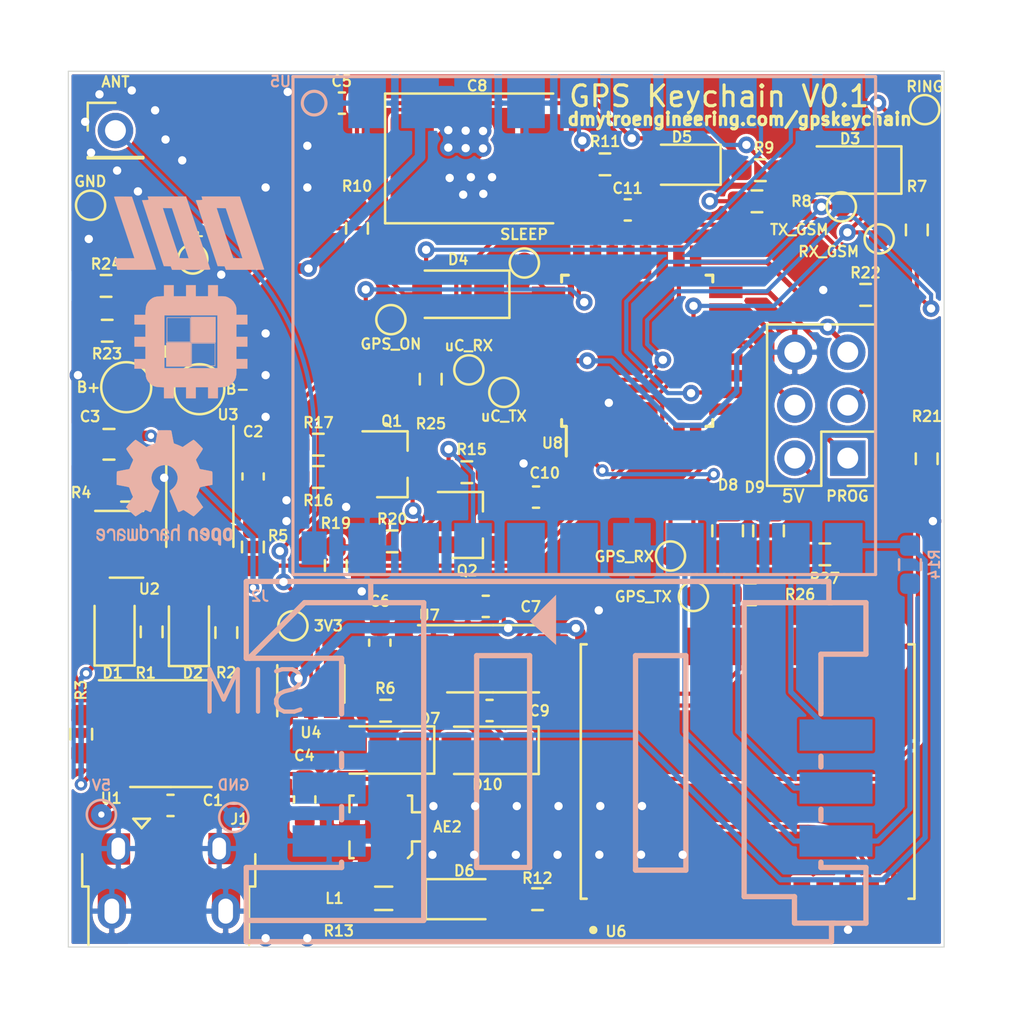
<source format=kicad_pcb>
(kicad_pcb (version 20171130) (host pcbnew 5.1.10-88a1d61d58~90~ubuntu20.04.1)
  (layers (0 F.Cu signal) (31 B.Cu signal) (34 B.Paste user) (35 F.Paste user hide) (36 B.SilkS user) (37 F.SilkS user) (38 B.Mask user) (39 F.Mask user) (44 Edge.Cuts user))
  (net 0 "")
  (net 1 "Net-(AE1-Pad1)")
  (net 2 GND)
  (net 3 "Net-(AE2-Pad1)")
  (net 4 +5V)
  (net 5 "Net-(C2-Pad2)")
  (net 6 "Net-(C2-Pad1)")
  (net 7 +BATT)
  (net 8 "Net-(C5-Pad2)")
  (net 9 "Net-(C6-Pad1)")
  (net 10 +3V3)
  (net 11 "Net-(C10-Pad1)")
  (net 12 "Net-(C11-Pad2)")
  (net 13 "Net-(D1-Pad1)")
  (net 14 "Net-(D2-Pad1)")
  (net 15 "Net-(D3-Pad2)")
  (net 16 /RXD2)
  (net 17 "Net-(D4-Pad2)")
  (net 18 /SLEEP)
  (net 19 "Net-(D5-Pad2)")
  (net 20 "Net-(D6-Pad2)")
  (net 21 "Net-(D10-Pad2)")
  (net 22 "Net-(D8-Pad2)")
  (net 23 "Net-(D8-Pad1)")
  (net 24 "Net-(D9-Pad2)")
  (net 25 "Net-(D9-Pad1)")
  (net 26 "Net-(D10-Pad1)")
  (net 27 "Net-(J1-Pad4)")
  (net 28 "Net-(J1-Pad3)")
  (net 29 "Net-(J1-Pad2)")
  (net 30 "Net-(J2-Pad6)")
  (net 31 "Net-(J2-Pad5)")
  (net 32 "Net-(J2-Pad3)")
  (net 33 "Net-(J2-Pad2)")
  (net 34 "Net-(J2-Pad1)")
  (net 35 "Net-(J5-Pad5)")
  (net 36 "Net-(J5-Pad4)")
  (net 37 "Net-(J5-Pad3)")
  (net 38 "Net-(J5-Pad1)")
  (net 39 "Net-(L1-Pad1)")
  (net 40 "Net-(Q1-Pad3)")
  (net 41 "Net-(Q1-Pad1)")
  (net 42 "Net-(Q2-Pad1)")
  (net 43 "Net-(R1-Pad1)")
  (net 44 "Net-(R2-Pad1)")
  (net 45 "Net-(R3-Pad2)")
  (net 46 "Net-(R4-Pad2)")
  (net 47 /GPS_ON)
  (net 48 /RING)
  (net 49 "Net-(R7-Pad1)")
  (net 50 /TXD2)
  (net 51 "Net-(R8-Pad1)")
  (net 52 "Net-(R11-Pad1)")
  (net 53 "Net-(R12-Pad2)")
  (net 54 "Net-(R13-Pad2)")
  (net 55 "Net-(R15-Pad2)")
  (net 56 /GSM_EN)
  (net 57 /GSM_EMOFF)
  (net 58 /5V_sense)
  (net 59 /BAT_sense)
  (net 60 /TXD1)
  (net 61 /RXD1)
  (net 62 /RXD_uC)
  (net 63 /TXD_uC)
  (net 64 "Net-(U2-Pad4)")
  (net 65 "Net-(U2-Pad3)")
  (net 66 "Net-(U2-Pad1)")
  (net 67 "Net-(U3-Pad8)")
  (net 68 "Net-(U3-Pad1)")
  (net 69 "Net-(U5-Pad17)")
  (net 70 "Net-(U5-Pad16)")
  (net 71 "Net-(U6-Pad19)")
  (net 72 "Net-(U6-Pad18)")
  (net 73 "Net-(U6-Pad17)")
  (net 74 "Net-(U6-Pad16)")
  (net 75 "Net-(U6-Pad15)")
  (net 76 "Net-(U6-Pad14)")
  (net 77 "Net-(U6-Pad6)")
  (net 78 "Net-(U6-Pad5)")
  (net 79 "Net-(U6-Pad4)")
  (net 80 "Net-(U6-Pad2)")
  (net 81 "Net-(U8-Pad28)")
  (net 82 "Net-(U8-Pad27)")
  (net 83 "Net-(U8-Pad14)")
  (net 84 "Net-(U8-Pad8)")
  (net 85 "Net-(U8-Pad7)")
  (net 86 "Net-(U8-Pad1)")
  (module Symbol:OSHW-Logo2_7.3x6mm_SilkScreen (layer B.Cu) (at 195.15328 130.4036 180)
    (fp_text reference REF** hide)
    (fp_text value OSHW-Logo2_7.3x6mm_SilkScreen hide)
  )
  (module logo:logo (layer B.Cu) (at 196.4182 120.98528 180)
    (fp_text reference G*** hide)
    (fp_text value LOGO hide)
  )
  (module Connector_PinHeader_2.54mm:PinHeader_1x01_P2.54mm_Vertical (layer F.Cu) (at 192.7987 113.2713)
    (fp_text reference ANT (at 0 -2.33) (layer F.SilkS) (effects (font (size 0.5 0.5) (thickness 0.1))))
    (fp_text value ANT)
    (pad 1 thru_hole circle (at 0 0) (size 1.7 1.7) (drill 1) (layers *.Cu *.Mask) (net 1 "Net-(AE1-Pad1)"))
  )
  (module Package_QFP:TQFP-32_7x7mm_P0.8mm (layer F.Cu) (at 217.81922 123.83066 90)
    (fp_text reference U8 (at -4.42664 -4.06552 180) (layer F.SilkS) (effects (font (size 0.5 0.5) (thickness 0.1))))
    (fp_text value ATmega328P-AU)
    (pad 32 smd rect (at -2.8 -4.25 180) (size 1.6 0.55) (layers F.Cu F.Paste F.Mask) (net 48 /RING))
    (pad 31 smd rect (at -2 -4.25 180) (size 1.6 0.55) (layers F.Cu F.Paste F.Mask) (net 63 /TXD_uC))
    (pad 30 smd rect (at -1.2 -4.25 180) (size 1.6 0.55) (layers F.Cu F.Paste F.Mask) (net 62 /RXD_uC))
    (pad 29 smd rect (at -0.4 -4.25 180) (size 1.6 0.55) (layers F.Cu F.Paste F.Mask) (net 35 "Net-(J5-Pad5)"))
    (pad 28 smd rect (at 0.4 -4.25 180) (size 1.6 0.55) (layers F.Cu F.Paste F.Mask) (net 81 "Net-(U8-Pad28)"))
    (pad 27 smd rect (at 1.2 -4.25 180) (size 1.6 0.55) (layers F.Cu F.Paste F.Mask) (net 82 "Net-(U8-Pad27)"))
    (pad 26 smd rect (at 2 -4.25 180) (size 1.6 0.55) (layers F.Cu F.Paste F.Mask) (net 57 /GSM_EMOFF))
    (pad 25 smd rect (at 2.8 -4.25 180) (size 1.6 0.55) (layers F.Cu F.Paste F.Mask) (net 18 /SLEEP))
    (pad 24 smd rect (at 4.25 -2.8 90) (size 1.6 0.55) (layers F.Cu F.Paste F.Mask) (net 56 /GSM_EN))
    (pad 23 smd rect (at 4.25 -2 90) (size 1.6 0.55) (layers F.Cu F.Paste F.Mask) (net 47 /GPS_ON))
    (pad 22 smd rect (at 4.25 -1.2 90) (size 1.6 0.55) (layers F.Cu F.Paste F.Mask) (net 59 /BAT_sense))
    (pad 21 smd rect (at 4.25 -0.4 90) (size 1.6 0.55) (layers F.Cu F.Paste F.Mask) (net 2 GND))
    (pad 20 smd rect (at 4.25 0.4 90) (size 1.6 0.55) (layers F.Cu F.Paste F.Mask) (net 12 "Net-(C11-Pad2)"))
    (pad 19 smd rect (at 4.25 1.2 90) (size 1.6 0.55) (layers F.Cu F.Paste F.Mask) (net 58 /5V_sense))
    (pad 18 smd rect (at 4.25 2 90) (size 1.6 0.55) (layers F.Cu F.Paste F.Mask) (net 7 +BATT))
    (pad 17 smd rect (at 4.25 2.8 90) (size 1.6 0.55) (layers F.Cu F.Paste F.Mask) (net 37 "Net-(J5-Pad3)"))
    (pad 16 smd rect (at 2.8 4.25 180) (size 1.6 0.55) (layers F.Cu F.Paste F.Mask) (net 38 "Net-(J5-Pad1)"))
    (pad 15 smd rect (at 2 4.25 180) (size 1.6 0.55) (layers F.Cu F.Paste F.Mask) (net 36 "Net-(J5-Pad4)"))
    (pad 14 smd rect (at 1.2 4.25 180) (size 1.6 0.55) (layers F.Cu F.Paste F.Mask) (net 83 "Net-(U8-Pad14)"))
    (pad 13 smd rect (at 0.4 4.25 180) (size 1.6 0.55) (layers F.Cu F.Paste F.Mask) (net 24 "Net-(D9-Pad2)"))
    (pad 12 smd rect (at -0.4 4.25 180) (size 1.6 0.55) (layers F.Cu F.Paste F.Mask) (net 22 "Net-(D8-Pad2)"))
    (pad 11 smd rect (at -1.2 4.25 180) (size 1.6 0.55) (layers F.Cu F.Paste F.Mask) (net 16 /RXD2))
    (pad 10 smd rect (at -2 4.25 180) (size 1.6 0.55) (layers F.Cu F.Paste F.Mask) (net 50 /TXD2))
    (pad 9 smd rect (at -2.8 4.25 180) (size 1.6 0.55) (layers F.Cu F.Paste F.Mask) (net 61 /RXD1))
    (pad 8 smd rect (at -4.25 2.8 90) (size 1.6 0.55) (layers F.Cu F.Paste F.Mask) (net 84 "Net-(U8-Pad8)"))
    (pad 7 smd rect (at -4.25 2 90) (size 1.6 0.55) (layers F.Cu F.Paste F.Mask) (net 85 "Net-(U8-Pad7)"))
    (pad 6 smd rect (at -4.25 1.2 90) (size 1.6 0.55) (layers F.Cu F.Paste F.Mask) (net 7 +BATT))
    (pad 5 smd rect (at -4.25 0.4 90) (size 1.6 0.55) (layers F.Cu F.Paste F.Mask) (net 2 GND))
    (pad 4 smd rect (at -4.25 -0.4 90) (size 1.6 0.55) (layers F.Cu F.Paste F.Mask) (net 7 +BATT))
    (pad 3 smd rect (at -4.25 -1.2 90) (size 1.6 0.55) (layers F.Cu F.Paste F.Mask) (net 2 GND))
    (pad 2 smd rect (at -4.25 -2 90) (size 1.6 0.55) (layers F.Cu F.Paste F.Mask) (net 60 /TXD1))
    (pad 1 smd rect (at -4.25 -2.8 90) (size 1.6 0.55) (layers F.Cu F.Paste F.Mask) (net 86 "Net-(U8-Pad1)"))
  )
  (module Package_SO:TSSOP-8_4.4x3mm_P0.65mm (layer F.Cu) (at 210.90898 138.60284)
    (fp_text reference U7 (at -3.06078 -2.09054) (layer F.SilkS) (effects (font (size 0.5 0.5) (thickness 0.1))))
    (fp_text value 24LC32)
    (pad 8 smd roundrect (at 2.8625 -0.975) (size 1.475 0.4) (layers F.Cu F.Paste F.Mask) (net 10 +3V3))
    (pad 7 smd roundrect (at 2.8625 -0.325) (size 1.475 0.4) (layers F.Cu F.Paste F.Mask) (net 2 GND))
    (pad 6 smd roundrect (at 2.8625 0.325) (size 1.475 0.4) (layers F.Cu F.Paste F.Mask) (net 71 "Net-(U6-Pad19)"))
    (pad 5 smd roundrect (at 2.8625 0.975) (size 1.475 0.4) (layers F.Cu F.Paste F.Mask) (net 72 "Net-(U6-Pad18)"))
    (pad 4 smd roundrect (at -2.8625 0.975) (size 1.475 0.4) (layers F.Cu F.Paste F.Mask) (net 2 GND))
    (pad 3 smd roundrect (at -2.8625 0.325) (size 1.475 0.4) (layers F.Cu F.Paste F.Mask) (net 2 GND))
    (pad 2 smd roundrect (at -2.8625 -0.325) (size 1.475 0.4) (layers F.Cu F.Paste F.Mask) (net 2 GND))
    (pad 1 smd roundrect (at -2.8625 -0.975) (size 1.475 0.4) (layers F.Cu F.Paste F.Mask) (net 2 GND))
  )
  (module NEO-6M:XCVR_NEO-6M-GPS (layer F.Cu) (at 223.1136 144.00784 90)
    (fp_text reference U6 (at -7.66826 -6.3119 180) (layer F.SilkS) (effects (font (size 0.5 0.5) (thickness 0.1))))
    (fp_text value NEO-6M-GPS)
    (pad 24 smd rect (at 6 -7 90) (size 1.8 0.8) (layers F.Cu F.Mask) (net 2 GND))
    (pad 23 smd rect (at 6 -5.9 90) (size 1.8 0.8) (layers F.Cu F.Mask) (net 10 +3V3))
    (pad 22 smd rect (at 6 -4.8 90) (size 1.8 0.8) (layers F.Cu F.Mask) (net 26 "Net-(D10-Pad1)"))
    (pad 21 smd rect (at 6 -3.7 90) (size 1.8 0.8) (layers F.Cu F.Mask) (net 61 /RXD1))
    (pad 20 smd rect (at 6 -2.6 90) (size 1.8 0.8) (layers F.Cu F.Mask) (net 60 /TXD1))
    (pad 19 smd rect (at 6 -1.5 90) (size 1.8 0.8) (layers F.Cu F.Mask) (net 71 "Net-(U6-Pad19)"))
    (pad 18 smd rect (at 6 -0.4 90) (size 1.8 0.8) (layers F.Cu F.Mask) (net 72 "Net-(U6-Pad18)"))
    (pad 17 smd rect (at 6 2.6 90) (size 1.8 0.8) (layers F.Cu F.Mask) (net 73 "Net-(U6-Pad17)"))
    (pad 16 smd rect (at 6 3.7 90) (size 1.8 0.8) (layers F.Cu F.Mask) (net 74 "Net-(U6-Pad16)"))
    (pad 15 smd rect (at 6 4.8 90) (size 1.8 0.8) (layers F.Cu F.Mask) (net 75 "Net-(U6-Pad15)"))
    (pad 14 smd rect (at 6 5.9 90) (size 1.8 0.8) (layers F.Cu F.Mask) (net 76 "Net-(U6-Pad14)"))
    (pad 13 smd rect (at 6 7 90) (size 1.8 0.8) (layers F.Cu F.Mask) (net 2 GND))
    (pad 12 smd rect (at -6 7 90) (size 1.8 0.8) (layers F.Cu F.Mask) (net 2 GND))
    (pad 11 smd rect (at -6 5.9 90) (size 1.8 0.8) (layers F.Cu F.Mask) (net 3 "Net-(AE2-Pad1)"))
    (pad 10 smd rect (at -6 4.8 90) (size 1.8 0.8) (layers F.Cu F.Mask) (net 2 GND))
    (pad 9 smd rect (at -6 3.7 90) (size 1.8 0.8) (layers F.Cu F.Mask) (net 54 "Net-(R13-Pad2)"))
    (pad 8 smd rect (at -6 2.6 90) (size 1.8 0.8) (layers F.Cu F.Mask) (net 54 "Net-(R13-Pad2)"))
    (pad 7 smd rect (at -6 -0.4 90) (size 1.8 0.8) (layers F.Cu F.Mask) (net 2 GND))
    (pad 6 smd rect (at -6 -1.5 90) (size 1.8 0.8) (layers F.Cu F.Mask) (net 77 "Net-(U6-Pad6)"))
    (pad 5 smd rect (at -6 -2.6 90) (size 1.8 0.8) (layers F.Cu F.Mask) (net 78 "Net-(U6-Pad5)"))
    (pad 4 smd rect (at -6 -3.7 90) (size 1.8 0.8) (layers F.Cu F.Mask) (net 79 "Net-(U6-Pad4)"))
    (pad 3 smd rect (at -6 -4.8 90) (size 1.8 0.8) (layers F.Cu F.Mask) (net 53 "Net-(R12-Pad2)"))
    (pad 2 smd rect (at -6 -5.9 90) (size 1.8 0.8) (layers F.Cu F.Mask) (net 80 "Net-(U6-Pad2)"))
    (pad 1 smd rect (at -6 -7 90) (size 1.8 0.8) (layers F.Cu F.Mask))
  )
  (module antony_KiCad_footprints:NeowayM590 (layer B.Cu) (at 204.86624 111.95558 270)
    (fp_text reference U5 (at -1.03378 4.15544 180) (layer B.SilkS) (effects (font (size 0.5 0.5) (thickness 0.1)) (justify mirror)))
    (fp_text value NeowayM590)
    (pad 21 smd rect (at 21.336 2.54 270) (size 1.6 1.2) (layers B.Cu B.Paste B.Mask) (net 1 "Net-(AE1-Pad1)"))
    (pad 20 smd rect (at 21.336 0 270) (size 2.4 1.8) (layers B.Cu B.Paste B.Mask) (net 2 GND))
    (pad 19 smd rect (at 21.336 -2.54 270) (size 2.4 1.8) (layers B.Cu B.Paste B.Mask) (net 40 "Net-(Q1-Pad3)"))
    (pad 18 smd rect (at 21.336 -5.08 270) (size 2.4 1.8) (layers B.Cu B.Paste B.Mask) (net 55 "Net-(R15-Pad2)"))
    (pad 17 smd rect (at 21.336 -7.62 270) (size 2.4 1.8) (layers B.Cu B.Paste B.Mask) (net 69 "Net-(U5-Pad17)"))
    (pad 16 smd rect (at 21.336 -10.16 270) (size 2.4 1.8) (layers B.Cu B.Paste B.Mask) (net 70 "Net-(U5-Pad16)"))
    (pad 15 smd rect (at 21.336 -12.7 270) (size 2.4 1.8) (layers B.Cu B.Paste B.Mask) (net 2 GND))
    (pad 13 smd rect (at 21.336 -17.78 270) (size 2.4 1.8) (layers B.Cu B.Paste B.Mask) (net 33 "Net-(J2-Pad2)"))
    (pad 12 smd rect (at 21.336 -20.32 270) (size 2.4 1.8) (layers B.Cu B.Paste B.Mask) (net 32 "Net-(J2-Pad3)"))
    (pad 11 smd rect (at 21.336 -22.86 270) (size 2.4 1.8) (layers B.Cu B.Paste B.Mask) (net 30 "Net-(J2-Pad6)"))
    (pad 10 smd rect (at 0 -22.86 270) (size 2.4 1.8) (layers B.Cu B.Paste B.Mask) (net 49 "Net-(R7-Pad1)"))
    (pad 9 smd rect (at 0 -20.32 270) (size 2.4 1.8) (layers B.Cu B.Paste B.Mask) (net 17 "Net-(D4-Pad2)"))
    (pad 8 smd rect (at 0 -17.78 270) (size 2.4 1.8) (layers B.Cu B.Paste B.Mask) (net 51 "Net-(R8-Pad1)"))
    (pad 7 smd rect (at 0 -15.24 270) (size 2.4 1.8) (layers B.Cu B.Paste B.Mask) (net 15 "Net-(D3-Pad2)"))
    (pad 6 smd rect (at 0 -12.7 270) (size 2.4 1.8) (layers B.Cu B.Paste B.Mask) (net 8 "Net-(C5-Pad2)"))
    (pad 5 smd rect (at 0 -10.16 270) (size 2.4 1.8) (layers B.Cu B.Paste B.Mask) (net 52 "Net-(R11-Pad1)"))
    (pad 4 smd rect (at 0 -7.62 270) (size 2.4 1.8) (layers B.Cu B.Paste B.Mask) (net 2 GND))
    (pad 3 smd rect (at 0 -5.08 270) (size 2.4 1.8) (layers B.Cu B.Paste B.Mask) (net 7 +BATT))
    (pad 2 smd rect (at 0 -2.54 270) (size 2.4 1.8) (layers B.Cu B.Paste B.Mask) (net 7 +BATT))
    (pad 1 smd rect (at 0 0 270) (size 2.4 1.8) (layers B.Cu B.Paste B.Mask) (net 2 GND))
    (pad 14 smd rect (at 21.336 -15.24 270) (size 2.4 1.8) (layers B.Cu B.Paste B.Mask) (net 34 "Net-(J2-Pad1)"))
  )
  (module Package_TO_SOT_SMD:SOT-23-5 (layer F.Cu) (at 202.16876 139.80668 90)
    (fp_text reference U4 (at -2.33172 0.00254 180) (layer F.SilkS) (effects (font (size 0.5 0.5) (thickness 0.1))))
    (fp_text value RT9193-33GB)
    (pad 5 smd rect (at 1.1 -0.95 90) (size 1.06 0.65) (layers F.Cu F.Paste F.Mask) (net 10 +3V3))
    (pad 4 smd rect (at 1.1 0.95 90) (size 1.06 0.65) (layers F.Cu F.Paste F.Mask) (net 9 "Net-(C6-Pad1)"))
    (pad 3 smd rect (at -1.1 0.95 90) (size 1.06 0.65) (layers F.Cu F.Paste F.Mask) (net 47 /GPS_ON))
    (pad 2 smd rect (at -1.1 0 90) (size 1.06 0.65) (layers F.Cu F.Paste F.Mask) (net 2 GND))
    (pad 1 smd rect (at -1.1 -0.95 90) (size 1.06 0.65) (layers F.Cu F.Paste F.Mask) (net 7 +BATT))
  )
  (module Package_SO:TSSOP-8_4.4x3mm_P0.65mm (layer F.Cu) (at 196.8448 131.03614 270)
    (fp_text reference U3 (at -4.13774 -1.3514 180) (layer F.SilkS) (effects (font (size 0.5 0.5) (thickness 0.1))))
    (fp_text value FS8205A)
    (pad 8 smd roundrect (at 2.8625 -0.975 270) (size 1.475 0.4) (layers F.Cu F.Paste F.Mask) (net 67 "Net-(U3-Pad8)"))
    (pad 7 smd roundrect (at 2.8625 -0.325 270) (size 1.475 0.4) (layers F.Cu F.Paste F.Mask) (net 2 GND))
    (pad 6 smd roundrect (at 2.8625 0.325 270) (size 1.475 0.4) (layers F.Cu F.Paste F.Mask) (net 2 GND))
    (pad 5 smd roundrect (at 2.8625 0.975 270) (size 1.475 0.4) (layers F.Cu F.Paste F.Mask) (net 65 "Net-(U2-Pad3)"))
    (pad 4 smd roundrect (at -2.8625 0.975 270) (size 1.475 0.4) (layers F.Cu F.Paste F.Mask) (net 66 "Net-(U2-Pad1)"))
    (pad 3 smd roundrect (at -2.8625 0.325 270) (size 1.475 0.4) (layers F.Cu F.Paste F.Mask) (net 5 "Net-(C2-Pad2)"))
    (pad 2 smd roundrect (at -2.8625 -0.325 270) (size 1.475 0.4) (layers F.Cu F.Paste F.Mask) (net 5 "Net-(C2-Pad2)"))
    (pad 1 smd roundrect (at -2.8625 -0.975 270) (size 1.475 0.4) (layers F.Cu F.Paste F.Mask) (net 68 "Net-(U3-Pad1)"))
  )
  (module Package_SO:TSOP-6_1.65x3.05mm_P0.95mm (layer F.Cu) (at 193.3278 133.11124)
    (fp_text reference U2 (at 1.0965 2.14376) (layer F.SilkS) (effects (font (size 0.5 0.5) (thickness 0.1))))
    (fp_text value DW01)
    (pad 6 smd rect (at 1.16 -0.95) (size 0.7 0.51) (layers F.Cu F.Paste F.Mask) (net 5 "Net-(C2-Pad2)"))
    (pad 5 smd rect (at 1.16 0) (size 0.7 0.51) (layers F.Cu F.Paste F.Mask) (net 6 "Net-(C2-Pad1)"))
    (pad 4 smd rect (at 1.16 0.95) (size 0.7 0.51) (layers F.Cu F.Paste F.Mask) (net 64 "Net-(U2-Pad4)"))
    (pad 3 smd rect (at -1.16 0.95) (size 0.7 0.51) (layers F.Cu F.Paste F.Mask) (net 65 "Net-(U2-Pad3)"))
    (pad 2 smd rect (at -1.16 0) (size 0.7 0.51) (layers F.Cu F.Paste F.Mask) (net 46 "Net-(R4-Pad2)"))
    (pad 1 smd rect (at -1.16 -0.95) (size 0.7 0.51) (layers F.Cu F.Paste F.Mask) (net 66 "Net-(U2-Pad1)"))
  )
  (module Package_SO:SOIC-8-1EP_3.9x4.9mm_P1.27mm_EP2.29x3mm (layer F.Cu) (at 195.45808 142.1892)
    (fp_text reference U1 (at -2.86258 3.0988) (layer F.SilkS) (effects (font (size 0.5 0.5) (thickness 0.1))))
    (fp_text value TP4056)
    (pad 9 smd rect (at 0 0) (size 2.29 3) (layers F.Cu F.Mask) (net 2 GND))
    (pad 8 smd roundrect (at 2.475 -1.905) (size 1.95 0.6) (layers F.Cu F.Paste F.Mask) (net 4 +5V))
    (pad 7 smd roundrect (at 2.475 -0.635) (size 1.95 0.6) (layers F.Cu F.Paste F.Mask) (net 44 "Net-(R2-Pad1)"))
    (pad 6 smd roundrect (at 2.475 0.635) (size 1.95 0.6) (layers F.Cu F.Paste F.Mask) (net 43 "Net-(R1-Pad1)"))
    (pad 5 smd roundrect (at 2.475 1.905) (size 1.95 0.6) (layers F.Cu F.Paste F.Mask) (net 7 +BATT))
    (pad 4 smd roundrect (at -2.475 1.905) (size 1.95 0.6) (layers F.Cu F.Paste F.Mask) (net 4 +5V))
    (pad 3 smd roundrect (at -2.475 0.635) (size 1.95 0.6) (layers F.Cu F.Paste F.Mask) (net 2 GND))
    (pad 2 smd roundrect (at -2.475 -0.635) (size 1.95 0.6) (layers F.Cu F.Paste F.Mask) (net 45 "Net-(R3-Pad2)"))
    (pad 1 smd roundrect (at -2.475 -1.905) (size 1.95 0.6) (layers F.Cu F.Paste F.Mask) (net 2 GND))
  )
  (module TestPoint:TestPoint_Pad_D1.0mm (layer F.Cu) (at 211.42198 125.82652)
    (fp_text reference uC_TX (at -0.00508 1.13538) (layer F.SilkS) (effects (font (size 0.5 0.5) (thickness 0.1))))
    (fp_text value TX_uC)
    (pad 1 smd circle (at 0 0) (size 1 1) (layers F.Cu F.Mask) (net 63 /TXD_uC))
  )
  (module TestPoint:TestPoint_Pad_D1.0mm (layer F.Cu) (at 209.74558 124.74702)
    (fp_text reference uC_RX (at -0.00508 -1.16332) (layer F.SilkS) (effects (font (size 0.5 0.5) (thickness 0.1))))
    (fp_text value RX_uC)
    (pad 1 smd circle (at 0 0) (size 1 1) (layers F.Cu F.Mask) (net 62 /RXD_uC))
  )
  (module TestPoint:TestPoint_Pad_D1.0mm (layer B.Cu) (at 198.47306 146.21002)
    (fp_text reference GND (at -0.01016 -1.55702) (layer B.SilkS) (effects (font (size 0.5 0.5) (thickness 0.1)) (justify mirror)))
    (fp_text value GND)
    (pad 1 smd circle (at 0 0) (size 1 1) (layers B.Cu B.Mask) (net 2 GND))
  )
  (module TestPoint:TestPoint_Pad_D1.0mm (layer F.Cu) (at 231.6099 112.268)
    (fp_text reference RING (at 0 -1.1049) (layer F.SilkS) (effects (font (size 0.5 0.5) (thickness 0.1))))
    (fp_text value RG_GSM)
    (pad 1 smd circle (at 0 0) (size 1 1) (layers F.Cu F.Mask) (net 48 /RING))
  )
  (module TestPoint:TestPoint_Pad_D1.0mm (layer F.Cu) (at 212.4075 119.6213)
    (fp_text reference SLEEP (at -0.0127 -1.3716) (layer F.SilkS) (effects (font (size 0.5 0.5) (thickness 0.1))))
    (fp_text value SL_GSM)
    (pad 1 smd circle (at 0 0) (size 1 1) (layers F.Cu F.Mask) (net 18 /SLEEP))
  )
  (module TestPoint:TestPoint_Pad_D1.0mm (layer F.Cu) (at 229.4255 118.4656)
    (fp_text reference RX_GSM (at -2.4257 0.6096) (layer F.SilkS) (effects (font (size 0.5 0.5) (thickness 0.1))))
    (fp_text value RX_GSM)
    (pad 1 smd circle (at 0 0) (size 1 1) (layers F.Cu F.Mask) (net 16 /RXD2))
  )
  (module TestPoint:TestPoint_Pad_D1.0mm (layer F.Cu) (at 227.6094 116.9289)
    (fp_text reference TX_GSM (at -2.0193 1.0922) (layer F.SilkS) (effects (font (size 0.5 0.5) (thickness 0.1))))
    (fp_text value TX_GSM)
    (pad 1 smd circle (at 0 0) (size 1 1) (layers F.Cu F.Mask) (net 50 /TXD2))
  )
  (module TestPoint:TestPoint_Pad_D1.0mm (layer F.Cu) (at 219.41536 133.67258)
    (fp_text reference GPS_RX (at -2.21536 0.02742) (layer F.SilkS) (effects (font (size 0.5 0.5) (thickness 0.1))))
    (fp_text value RX_GPS)
    (pad 1 smd circle (at 0 0) (size 1 1) (layers F.Cu F.Mask) (net 61 /RXD1))
  )
  (module TestPoint:TestPoint_Pad_D1.0mm (layer F.Cu) (at 220.51518 135.61314)
    (fp_text reference GPS_TX (at -2.40538 0.01016) (layer F.SilkS) (effects (font (size 0.5 0.5) (thickness 0.1))))
    (fp_text value TX_GPS)
    (pad 1 smd circle (at 0 0) (size 1 1) (layers F.Cu F.Mask) (net 60 /TXD1))
  )
  (module TestPoint:TestPoint_Pad_D1.0mm (layer F.Cu) (at 206.0067 122.3391)
    (fp_text reference GPS_ON (at 0 1.1684) (layer F.SilkS) (effects (font (size 0.5 0.5) (thickness 0.1))))
    (fp_text value GPS_ON)
    (pad 1 smd circle (at 0 0) (size 1 1) (layers F.Cu F.Mask) (net 47 /GPS_ON))
  )
  (module TestPoint:TestPoint_Pad_D1.0mm (layer F.Cu) (at 196.5071 119.4308)
    (fp_text reference B+ (at 0 -1.1303) (layer F.SilkS) (effects (font (size 0.5 0.5) (thickness 0.1))))
    (fp_text value BAT+)
    (pad 1 smd circle (at 0 0) (size 1 1) (layers F.Cu F.Mask) (net 7 +BATT))
  )
  (module TestPoint:TestPoint_Pad_D1.0mm (layer F.Cu) (at 201.3077 137.0203)
    (fp_text reference 3V3 (at 1.7018 0) (layer F.SilkS) (effects (font (size 0.5 0.5) (thickness 0.1))))
    (fp_text value 3V3)
    (pad 1 smd circle (at 0 0) (size 1 1) (layers F.Cu F.Mask) (net 10 +3V3))
  )
  (module TestPoint:TestPoint_Pad_D1.0mm (layer B.Cu) (at 192.12306 146.07032)
    (fp_text reference 5V (at 0.00254 -1.40462) (layer B.SilkS) (effects (font (size 0.5 0.5) (thickness 0.1)) (justify mirror)))
    (fp_text value 5V)
    (pad 1 smd circle (at 0 0) (size 1 1) (layers B.Cu B.Mask) (net 4 +5V))
  )
  (module TestPoint:TestPoint_Pad_D1.0mm (layer F.Cu) (at 191.6049 116.8527)
    (fp_text reference GND (at -0.0127 -1.143) (layer F.SilkS) (effects (font (size 0.5 0.5) (thickness 0.1))))
    (fp_text value GND)
    (pad 1 smd circle (at 0 0) (size 1 1) (layers F.Cu F.Mask) (net 2 GND))
  )
  (module Resistor_SMD:R_0603_1608Metric_Pad0.98x0.95mm_HandSolder (layer F.Cu) (at 226.81756 133.59384 180)
    (fp_text reference R27 (at 0.00826 -1.15316) (layer F.SilkS) (effects (font (size 0.5 0.5) (thickness 0.1))))
    (fp_text value 1K)
    (pad 2 smd roundrect (at 0.9125 0 180) (size 0.975 0.95) (layers F.Cu F.Paste F.Mask) (net 25 "Net-(D9-Pad1)"))
    (pad 1 smd roundrect (at -0.9125 0 180) (size 0.975 0.95) (layers F.Cu F.Paste F.Mask) (net 2 GND))
  )
  (module Resistor_SMD:R_0603_1608Metric_Pad0.98x0.95mm_HandSolder (layer F.Cu) (at 223.25838 135.50646)
    (fp_text reference R26 (at 2.36982 0.01524) (layer F.SilkS) (effects (font (size 0.5 0.5) (thickness 0.1))))
    (fp_text value 1K)
    (pad 2 smd roundrect (at 0.9125 0) (size 0.975 0.95) (layers F.Cu F.Paste F.Mask) (net 2 GND))
    (pad 1 smd roundrect (at -0.9125 0) (size 0.975 0.95) (layers F.Cu F.Paste F.Mask) (net 23 "Net-(D8-Pad1)"))
  )
  (module Resistor_SMD:R_0603_1608Metric_Pad0.98x0.95mm_HandSolder (layer F.Cu) (at 207.91678 125.19216 90)
    (fp_text reference R25 (at -2.13804 0.00762 180) (layer F.SilkS) (effects (font (size 0.5 0.5) (thickness 0.1))))
    (fp_text value 10k)
    (pad 2 smd roundrect (at 0.9125 0 90) (size 0.975 0.95) (layers F.Cu F.Paste F.Mask) (net 35 "Net-(J5-Pad5)"))
    (pad 1 smd roundrect (at -0.9125 0 90) (size 0.975 0.95) (layers F.Cu F.Paste F.Mask) (net 7 +BATT))
  )
  (module Resistor_SMD:R_0603_1608Metric_Pad0.98x0.95mm_HandSolder (layer F.Cu) (at 192.34848 120.72112)
    (fp_text reference R24 (at -0.00698 -1.04902) (layer F.SilkS) (effects (font (size 0.5 0.5) (thickness 0.1))))
    (fp_text value 350k)
    (pad 2 smd roundrect (at 0.9125 0) (size 0.975 0.95) (layers F.Cu F.Paste F.Mask) (net 59 /BAT_sense))
    (pad 1 smd roundrect (at -0.9125 0) (size 0.975 0.95) (layers F.Cu F.Paste F.Mask) (net 2 GND))
  )
  (module Resistor_SMD:R_0603_1608Metric_Pad0.98x0.95mm_HandSolder (layer F.Cu) (at 192.40182 122.86996 180)
    (fp_text reference R23 (at 0.00952 -1.10744) (layer F.SilkS) (effects (font (size 0.5 0.5) (thickness 0.1))))
    (fp_text value 10M)
    (pad 2 smd roundrect (at 0.9125 0 180) (size 0.975 0.95) (layers F.Cu F.Paste F.Mask) (net 7 +BATT))
    (pad 1 smd roundrect (at -0.9125 0 180) (size 0.975 0.95) (layers F.Cu F.Paste F.Mask) (net 59 /BAT_sense))
  )
  (module Resistor_SMD:R_0603_1608Metric_Pad0.98x0.95mm_HandSolder (layer F.Cu) (at 228.77208 121.15038)
    (fp_text reference R22 (at -0.00698 -1.05918) (layer F.SilkS) (effects (font (size 0.5 0.5) (thickness 0.1))))
    (fp_text value 10k)
    (pad 2 smd roundrect (at 0.9125 0) (size 0.975 0.95) (layers F.Cu F.Paste F.Mask) (net 58 /5V_sense))
    (pad 1 smd roundrect (at -0.9125 0) (size 0.975 0.95) (layers F.Cu F.Paste F.Mask) (net 2 GND))
  )
  (module Resistor_SMD:R_0603_1608Metric_Pad0.98x0.95mm_HandSolder (layer F.Cu) (at 231.70134 129.0085 270)
    (fp_text reference R21 (at -2.0339 -0.01016 180) (layer F.SilkS) (effects (font (size 0.5 0.5) (thickness 0.1))))
    (fp_text value 10k)
    (pad 2 smd roundrect (at 0.9125 0 270) (size 0.975 0.95) (layers F.Cu F.Paste F.Mask) (net 4 +5V))
    (pad 1 smd roundrect (at -0.9125 0 270) (size 0.975 0.95) (layers F.Cu F.Paste F.Mask) (net 58 /5V_sense))
  )
  (module Resistor_SMD:R_0603_1608Metric_Pad0.98x0.95mm_HandSolder (layer F.Cu) (at 206.0721 132.969)
    (fp_text reference R20 (at -0.0019 -1.0668) (layer F.SilkS) (effects (font (size 0.5 0.5) (thickness 0.1))))
    (fp_text value 10k)
    (pad 2 smd roundrect (at 0.9125 0) (size 0.975 0.95) (layers F.Cu F.Paste F.Mask) (net 42 "Net-(Q2-Pad1)"))
    (pad 1 smd roundrect (at -0.9125 0) (size 0.975 0.95) (layers F.Cu F.Paste F.Mask) (net 57 /GSM_EMOFF))
  )
  (module Resistor_SMD:R_0603_1608Metric_Pad0.98x0.95mm_HandSolder (layer F.Cu) (at 203.3651 134.1266 270)
    (fp_text reference R19 (at -2.0212 0 180) (layer F.SilkS) (effects (font (size 0.5 0.5) (thickness 0.1))))
    (fp_text value 47k)
    (pad 2 smd roundrect (at 0.9125 0 270) (size 0.975 0.95) (layers F.Cu F.Paste F.Mask) (net 2 GND))
    (pad 1 smd roundrect (at -0.9125 0 270) (size 0.975 0.95) (layers F.Cu F.Paste F.Mask) (net 57 /GSM_EMOFF))
  )
  (module Resistor_SMD:R_0603_1608Metric_Pad0.98x0.95mm_HandSolder (layer F.Cu) (at 202.5288 128.3335)
    (fp_text reference R17 (at 0 -1.0541) (layer F.SilkS) (effects (font (size 0.5 0.5) (thickness 0.1))))
    (fp_text value 10k)
    (pad 2 smd roundrect (at 0.9125 0) (size 0.975 0.95) (layers F.Cu F.Paste F.Mask) (net 41 "Net-(Q1-Pad1)"))
    (pad 1 smd roundrect (at -0.9125 0) (size 0.975 0.95) (layers F.Cu F.Paste F.Mask) (net 56 /GSM_EN))
  )
  (module Resistor_SMD:R_0603_1608Metric_Pad0.98x0.95mm_HandSolder (layer F.Cu) (at 202.5288 129.8829)
    (fp_text reference R16 (at -0.0019 1.1303) (layer F.SilkS) (effects (font (size 0.5 0.5) (thickness 0.1))))
    (fp_text value 47k)
    (pad 2 smd roundrect (at 0.9125 0) (size 0.975 0.95) (layers F.Cu F.Paste F.Mask) (net 2 GND))
    (pad 1 smd roundrect (at -0.9125 0) (size 0.975 0.95) (layers F.Cu F.Paste F.Mask) (net 56 /GSM_EN))
  )
  (module Resistor_SMD:R_0603_1608Metric_Pad0.98x0.95mm_HandSolder (layer F.Cu) (at 209.6497 129.6543 180)
    (fp_text reference R15 (at -0.2305 1.0922) (layer F.SilkS) (effects (font (size 0.5 0.5) (thickness 0.1))))
    (fp_text value 1k)
    (pad 2 smd roundrect (at 0.9125 0 180) (size 0.975 0.95) (layers F.Cu F.Paste F.Mask) (net 55 "Net-(R15-Pad2)"))
    (pad 1 smd roundrect (at -0.9125 0 180) (size 0.975 0.95) (layers F.Cu F.Paste F.Mask) (net 11 "Net-(C10-Pad1)"))
  )
  (module Resistor_SMD:R_0603_1608Metric_Pad0.98x0.95mm_HandSolder (layer B.Cu) (at 230.9 134.0875 90)
    (fp_text reference R14 (at 0.0108 1.1684 90) (layer B.SilkS) (effects (font (size 0.5 0.5) (thickness 0.1)) (justify mirror)))
    (fp_text value 10k)
    (pad 2 smd roundrect (at 0.9125 0 90) (size 0.975 0.95) (layers B.Cu B.Paste B.Mask) (net 30 "Net-(J2-Pad6)"))
    (pad 1 smd roundrect (at -0.9125 0 90) (size 0.975 0.95) (layers B.Cu B.Paste B.Mask) (net 34 "Net-(J2-Pad1)"))
  )
  (module Resistor_SMD:R_0603_1608Metric_Pad0.98x0.95mm_HandSolder (layer F.Cu) (at 205.92986 151.66848)
    (fp_text reference R13 (at -2.42506 -0.01778) (layer F.SilkS) (effects (font (size 0.5 0.5) (thickness 0.1))))
    (fp_text value 22R)
    (pad 2 smd roundrect (at 0.9125 0) (size 0.975 0.95) (layers F.Cu F.Paste F.Mask) (net 54 "Net-(R13-Pad2)"))
    (pad 1 smd roundrect (at -0.9125 0) (size 0.975 0.95) (layers F.Cu F.Paste F.Mask) (net 39 "Net-(L1-Pad1)"))
  )
  (module Resistor_SMD:R_0603_1608Metric_Pad0.98x0.95mm_HandSolder (layer F.Cu) (at 213.03996 150.12924)
    (fp_text reference R12 (at -0.01016 -1.00584) (layer F.SilkS) (effects (font (size 0.5 0.5) (thickness 0.1))))
    (fp_text value 1k)
    (pad 2 smd roundrect (at 0.9125 0) (size 0.975 0.95) (layers F.Cu F.Paste F.Mask) (net 53 "Net-(R12-Pad2)"))
    (pad 1 smd roundrect (at -0.9125 0) (size 0.975 0.95) (layers F.Cu F.Paste F.Mask) (net 20 "Net-(D6-Pad2)"))
  )
  (module Resistor_SMD:R_0603_1608Metric_Pad0.98x0.95mm_HandSolder (layer F.Cu) (at 216.27274 114.89182)
    (fp_text reference R11 (at 0.00826 -1.09982) (layer F.SilkS) (effects (font (size 0.5 0.5) (thickness 0.1))))
    (fp_text value 1k)
    (pad 2 smd roundrect (at 0.9125 0) (size 0.975 0.95) (layers F.Cu F.Paste F.Mask) (net 19 "Net-(D5-Pad2)"))
    (pad 1 smd roundrect (at -0.9125 0) (size 0.975 0.95) (layers F.Cu F.Paste F.Mask) (net 52 "Net-(R11-Pad1)"))
  )
  (module Resistor_SMD:R_0603_1608Metric_Pad0.98x0.95mm_HandSolder (layer F.Cu) (at 204.3811 117.9595 270)
    (fp_text reference R10 (at -2.0212 0 180) (layer F.SilkS) (effects (font (size 0.5 0.5) (thickness 0.1))))
    (fp_text value 10k)
    (pad 2 smd roundrect (at 0.9125 0 270) (size 0.975 0.95) (layers F.Cu F.Paste F.Mask) (net 17 "Net-(D4-Pad2)"))
    (pad 1 smd roundrect (at -0.9125 0 270) (size 0.975 0.95) (layers F.Cu F.Paste F.Mask) (net 8 "Net-(C5-Pad2)"))
  )
  (module Resistor_SMD:R_0603_1608Metric_Pad0.98x0.95mm_HandSolder (layer F.Cu) (at 223.72764 115.17122)
    (fp_text reference R9 (at 0.17336 -1.07442) (layer F.SilkS) (effects (font (size 0.5 0.5) (thickness 0.1))))
    (fp_text value 10k)
    (pad 2 smd roundrect (at 0.9125 0) (size 0.975 0.95) (layers F.Cu F.Paste F.Mask) (net 15 "Net-(D3-Pad2)"))
    (pad 1 smd roundrect (at -0.9125 0) (size 0.975 0.95) (layers F.Cu F.Paste F.Mask) (net 8 "Net-(C5-Pad2)"))
  )
  (module Resistor_SMD:R_0603_1608Metric_Pad0.98x0.95mm_HandSolder (layer F.Cu) (at 223.56254 116.66474)
    (fp_text reference R8 (at 2.12916 -0.00254) (layer F.SilkS) (effects (font (size 0.5 0.5) (thickness 0.1))))
    (fp_text value 200)
    (pad 2 smd roundrect (at 0.9125 0) (size 0.975 0.95) (layers F.Cu F.Paste F.Mask) (net 50 /TXD2))
    (pad 1 smd roundrect (at -0.9125 0) (size 0.975 0.95) (layers F.Cu F.Paste F.Mask) (net 51 "Net-(R8-Pad1)"))
  )
  (module Resistor_SMD:R_0603_1608Metric_Pad0.98x0.95mm_HandSolder (layer F.Cu) (at 231.2289 118.0357 270)
    (fp_text reference R7 (at -2.0847 0 180) (layer F.SilkS) (effects (font (size 0.5 0.5) (thickness 0.1))))
    (fp_text value 200)
    (pad 2 smd roundrect (at 0.9125 0 270) (size 0.975 0.95) (layers F.Cu F.Paste F.Mask) (net 48 /RING))
    (pad 1 smd roundrect (at -0.9125 0 270) (size 0.975 0.95) (layers F.Cu F.Paste F.Mask) (net 49 "Net-(R7-Pad1)"))
  )
  (module Resistor_SMD:R_0603_1608Metric_Pad0.98x0.95mm_HandSolder (layer F.Cu) (at 205.75334 141.09192 180)
    (fp_text reference R6 (at 0.01334 1.07442) (layer F.SilkS) (effects (font (size 0.5 0.5) (thickness 0.1))))
    (fp_text value 10k)
    (pad 2 smd roundrect (at 0.9125 0 180) (size 0.975 0.95) (layers F.Cu F.Paste F.Mask) (net 47 /GPS_ON))
    (pad 1 smd roundrect (at -0.9125 0 180) (size 0.975 0.95) (layers F.Cu F.Paste F.Mask) (net 2 GND))
  )
  (module Resistor_SMD:R_0603_1608Metric_Pad0.98x0.95mm_HandSolder (layer F.Cu) (at 199.39 133.24014 270)
    (fp_text reference R5 (at -0.53784 -1.2065 180) (layer F.SilkS) (effects (font (size 0.5 0.5) (thickness 0.1))))
    (fp_text value 100)
    (pad 2 smd roundrect (at 0.9125 0 270) (size 0.975 0.95) (layers F.Cu F.Paste F.Mask) (net 7 +BATT))
    (pad 1 smd roundrect (at -0.9125 0 270) (size 0.975 0.95) (layers F.Cu F.Paste F.Mask) (net 6 "Net-(C2-Pad1)"))
  )
  (module Resistor_SMD:R_0603_1608Metric_Pad0.98x0.95mm_HandSolder (layer F.Cu) (at 193.32766 130.54076 180)
    (fp_text reference R4 (at 2.17996 -0.09144) (layer F.SilkS) (effects (font (size 0.5 0.5) (thickness 0.1))))
    (fp_text value 1k)
    (pad 2 smd roundrect (at 0.9125 0 180) (size 0.975 0.95) (layers F.Cu F.Paste F.Mask) (net 46 "Net-(R4-Pad2)"))
    (pad 1 smd roundrect (at -0.9125 0 180) (size 0.975 0.95) (layers F.Cu F.Paste F.Mask) (net 2 GND))
  )
  (module Resistor_SMD:R_0603_1608Metric_Pad0.98x0.95mm_HandSolder (layer F.Cu) (at 191.15532 142.2165 90)
    (fp_text reference R3 (at 2.1101 -0.00762 90) (layer F.SilkS) (effects (font (size 0.5 0.5) (thickness 0.1))))
    (fp_text value 1.2k)
    (pad 2 smd roundrect (at 0.9125 0 90) (size 0.975 0.95) (layers F.Cu F.Paste F.Mask) (net 45 "Net-(R3-Pad2)"))
    (pad 1 smd roundrect (at -0.9125 0 90) (size 0.975 0.95) (layers F.Cu F.Paste F.Mask) (net 2 GND))
  )
  (module Resistor_SMD:R_0603_1608Metric_Pad0.98x0.95mm_HandSolder (layer F.Cu) (at 198.11492 137.34478 270)
    (fp_text reference R2 (at 1.92342 0.00762 180) (layer F.SilkS) (effects (font (size 0.5 0.5) (thickness 0.1))))
    (fp_text value 1K)
    (pad 2 smd roundrect (at 0.9125 0 270) (size 0.975 0.95) (layers F.Cu F.Paste F.Mask) (net 14 "Net-(D2-Pad1)"))
    (pad 1 smd roundrect (at -0.9125 0 270) (size 0.975 0.95) (layers F.Cu F.Paste F.Mask) (net 44 "Net-(R2-Pad1)"))
  )
  (module Resistor_SMD:R_0603_1608Metric_Pad0.98x0.95mm_HandSolder (layer F.Cu) (at 194.53352 137.30922 270)
    (fp_text reference R1 (at 1.97168 0.28702 180) (layer F.SilkS) (effects (font (size 0.5 0.5) (thickness 0.1))))
    (fp_text value 1K)
    (pad 2 smd roundrect (at 0.9125 0 270) (size 0.975 0.95) (layers F.Cu F.Paste F.Mask) (net 13 "Net-(D1-Pad1)"))
    (pad 1 smd roundrect (at -0.9125 0 270) (size 0.975 0.95) (layers F.Cu F.Paste F.Mask) (net 43 "Net-(R1-Pad1)"))
  )
  (module Package_TO_SOT_SMD:SOT-23 (layer F.Cu) (at 209.661 132.1841)
    (fp_text reference Q2 (at 0.0033 2.1946) (layer F.SilkS) (effects (font (size 0.5 0.5) (thickness 0.1))))
    (fp_text value BC846)
    (pad 3 smd rect (at 1 0) (size 0.9 0.8) (layers F.Cu F.Paste F.Mask) (net 11 "Net-(C10-Pad1)"))
    (pad 2 smd rect (at -1 0.95) (size 0.9 0.8) (layers F.Cu F.Paste F.Mask) (net 2 GND))
    (pad 1 smd rect (at -1 -0.95) (size 0.9 0.8) (layers F.Cu F.Paste F.Mask) (net 42 "Net-(Q2-Pad1)"))
  )
  (module Package_TO_SOT_SMD:SOT-23 (layer F.Cu) (at 206.0481 129.2733)
    (fp_text reference Q1 (at 0 -2.0701) (layer F.SilkS) (effects (font (size 0.5 0.5) (thickness 0.1))))
    (fp_text value BC846)
    (pad 3 smd rect (at 1 0) (size 0.9 0.8) (layers F.Cu F.Paste F.Mask) (net 40 "Net-(Q1-Pad3)"))
    (pad 2 smd rect (at -1 0.95) (size 0.9 0.8) (layers F.Cu F.Paste F.Mask) (net 2 GND))
    (pad 1 smd rect (at -1 -0.95) (size 0.9 0.8) (layers F.Cu F.Paste F.Mask) (net 41 "Net-(Q1-Pad1)"))
  )
  (module Inductor_SMD:L_0805_2012Metric_Pad1.05x1.20mm_HandSolder (layer F.Cu) (at 205.66188 150.0886)
    (fp_text reference L1 (at -2.36028 0) (layer F.SilkS) (effects (font (size 0.5 0.5) (thickness 0.1))))
    (fp_text value 27uH)
    (pad 2 smd roundrect (at 1.15 0) (size 1.05 1.2) (layers F.Cu F.Paste F.Mask) (roundrect_rratio 0.2380942857142857) (net 3 "Net-(AE2-Pad1)"))
    (pad 1 smd roundrect (at -1.15 0) (size 1.05 1.2) (layers F.Cu F.Paste F.Mask) (roundrect_rratio 0.2380942857142857) (net 39 "Net-(L1-Pad1)"))
  )
  (module Connector_PinHeader_2.54mm:PinHeader_2x03_P2.54mm_Vertical (layer F.Cu) (at 227.91674 128.97866 180)
    (fp_text reference PROG (at 0.01674 -1.82134) (layer F.SilkS) (effects (font (size 0.5 0.5) (thickness 0.1))))
    (fp_text value AVR-ISP-6)
    (pad 6 thru_hole oval (at 2.54 5.08 180) (size 1.7 1.7) (drill 1) (layers *.Cu *.Mask) (net 2 GND))
    (pad 5 thru_hole oval (at 0 5.08 180) (size 1.7 1.7) (drill 1) (layers *.Cu *.Mask) (net 35 "Net-(J5-Pad5)"))
    (pad 4 thru_hole oval (at 2.54 2.54 180) (size 1.7 1.7) (drill 1) (layers *.Cu *.Mask) (net 36 "Net-(J5-Pad4)"))
    (pad 3 thru_hole oval (at 0 2.54 180) (size 1.7 1.7) (drill 1) (layers *.Cu *.Mask) (net 37 "Net-(J5-Pad3)"))
    (pad 2 thru_hole oval (at 2.54 0 180) (size 1.7 1.7) (drill 1) (layers *.Cu *.Mask) (net 4 +5V))
    (pad 1 thru_hole rect (at 0 0 180) (size 1.7 1.7) (drill 1) (layers *.Cu *.Mask) (net 38 "Net-(J5-Pad1)"))
  )
  (module TestPoint:TestPoint_Pad_D2.0mm (layer F.Cu) (at 196.81952 125.67412)
    (fp_text reference B- (at 1.83388 -0.00762) (layer F.SilkS) (effects (font (size 0.5 0.5) (thickness 0.1))))
    (fp_text value B-)
    (pad 1 smd circle (at 0 0) (size 2 2) (layers F.Cu F.Mask) (net 5 "Net-(C2-Pad2)"))
  )
  (module TestPoint:TestPoint_Pad_D2.0mm (layer F.Cu) (at 193.31432 125.5776)
    (fp_text reference B+ (at -1.81102 0) (layer F.SilkS) (effects (font (size 0.5 0.5) (thickness 0.1))))
    (fp_text value B+)
    (pad 1 smd circle (at 0 0) (size 2 2) (layers F.Cu F.Mask) (net 7 +BATT))
  )
  (module SIM:SIM-SMD_XKSIM-011B-P6 (layer B.Cu) (at 215.2 144.8)
    (fp_text reference J2 (at -15.96634 -9.20496) (layer B.SilkS) (effects (font (size 0.5 0.5) (thickness 0.1)) (justify right mirror)))
    (fp_text value SIM (at -18.50634 -4.59486) (layer B.SilkS) (effects (font (size 2.032 2.032) (thickness 0.203)) (justify right mirror)))
    (pad 6 smd rect (at -12.154 -2.54 270) (size 1.5 3.5) (layers B.Cu B.Paste B.Mask) (net 30 "Net-(J2-Pad6)"))
    (pad 5 smd rect (at -12.154 0 270) (size 1.5 3.5) (layers B.Cu B.Paste B.Mask) (net 31 "Net-(J2-Pad5)"))
    (pad 4 smd rect (at -12.154 2.54 270) (size 1.5 3.5) (layers B.Cu B.Paste B.Mask) (net 2 GND))
    (pad 3 smd rect (at 12.154 -2.54 270) (size 1.5 3.5) (layers B.Cu B.Paste B.Mask) (net 32 "Net-(J2-Pad3)"))
    (pad 2 smd rect (at 12.154 0 270) (size 1.5 3.5) (layers B.Cu B.Paste B.Mask) (net 33 "Net-(J2-Pad2)"))
    (pad 1 smd rect (at 12.154 2.54 270) (size 1.5 3.5) (layers B.Cu B.Paste B.Mask) (net 34 "Net-(J2-Pad1)"))
  )
  (module Connector_USB:USB_Micro-B_Amphenol_10103594-0001LF_Horizontal (layer F.Cu) (at 195.37906 149.58752)
    (fp_text reference J1 (at 3.36324 -3.29622) (layer F.SilkS) (effects (font (size 0.5 0.5) (thickness 0.1))))
    (fp_text value USB_B_Micro)
    (pad 6 smd rect (at 0.935 1.385 90) (size 2.5 1.43) (layers F.Cu F.Paste F.Mask) (net 2 GND))
    (pad 6 smd rect (at -0.985 1.385 90) (size 2.5 1.43) (layers F.Cu F.Paste F.Mask) (net 2 GND))
    (pad 6 thru_hole oval (at 2.705 1.115 90) (size 1.7 1.35) (drill oval 1.2 0.7) (layers *.Cu *.Mask) (net 2 GND))
    (pad 6 thru_hole oval (at -2.755 1.115 90) (size 1.7 1.35) (drill oval 1.2 0.7) (layers *.Cu *.Mask) (net 2 GND))
    (pad 6 thru_hole oval (at 2.395 -1.885 90) (size 1.5 1.1) (drill oval 1.05 0.65) (layers *.Cu *.Mask) (net 2 GND))
    (pad 6 thru_hole oval (at -2.445 -1.885 90) (size 1.5 1.1) (drill oval 1.05 0.65) (layers *.Cu *.Mask) (net 2 GND))
    (pad 5 smd rect (at 1.275 -1.765 90) (size 1.65 0.4) (layers F.Cu F.Paste F.Mask) (net 2 GND))
    (pad 4 smd rect (at 0.625 -1.765 90) (size 1.65 0.4) (layers F.Cu F.Paste F.Mask) (net 27 "Net-(J1-Pad4)"))
    (pad 3 smd rect (at -0.025 -1.765 90) (size 1.65 0.4) (layers F.Cu F.Paste F.Mask) (net 28 "Net-(J1-Pad3)"))
    (pad 2 smd rect (at -0.675 -1.765 90) (size 1.65 0.4) (layers F.Cu F.Paste F.Mask) (net 29 "Net-(J1-Pad2)"))
    (pad 1 smd rect (at -1.325 -1.765 90) (size 1.65 0.4) (layers F.Cu F.Paste F.Mask) (net 4 +5V))
    (pad 6 smd rect (at 2.875 -1.885) (size 2 1.5) (layers F.Cu F.Paste F.Mask) (net 2 GND))
    (pad 6 smd rect (at -2.875 -1.865) (size 2 1.5) (layers F.Cu F.Paste F.Mask) (net 2 GND))
    (pad 6 smd rect (at 2.975 -0.565) (size 1.825 0.7) (layers F.Cu F.Paste F.Mask) (net 2 GND))
    (pad 6 smd rect (at -2.975 -0.565) (size 1.825 0.7) (layers F.Cu F.Paste F.Mask) (net 2 GND))
    (pad 6 smd rect (at -2.755 0.185) (size 1.35 2) (layers F.Cu F.Paste F.Mask) (net 2 GND))
    (pad 6 smd rect (at 2.725 0.185) (size 1.35 2) (layers F.Cu F.Paste F.Mask) (net 2 GND))
  )
  (module Diode_SMD:D_1206_3216Metric_Pad1.42x1.75mm_HandSolder (layer F.Cu) (at 210.63712 142.99184 180)
    (fp_text reference D10 (at 0 -1.63576) (layer F.SilkS) (effects (font (size 0.5 0.5) (thickness 0.1))))
    (fp_text value S1MF)
    (pad 2 smd roundrect (at 1.4875 0 180) (size 1.425 1.75) (layers F.Cu F.Paste F.Mask) (roundrect_rratio 0.1754385964912281) (net 21 "Net-(D10-Pad2)"))
    (pad 1 smd roundrect (at -1.4875 0 180) (size 1.425 1.75) (layers F.Cu F.Paste F.Mask) (roundrect_rratio 0.1754385964912281) (net 26 "Net-(D10-Pad1)"))
  )
  (module Capacitor_SMD:C_0805_2012Metric_Pad1.18x1.45mm_HandSolder (layer F.Cu) (at 224.1169 132.46744 90)
    (fp_text reference D9 (at 2.09432 -0.66294 180) (layer F.SilkS) (effects (font (size 0.5 0.5) (thickness 0.1))))
    (fp_text value LED_B)
    (pad 2 smd roundrect (at 1.0375 0 90) (size 1.175 1.45) (layers F.Cu F.Paste F.Mask) (roundrect_rratio 0.2127659574468085) (net 24 "Net-(D9-Pad2)"))
    (pad 1 smd roundrect (at -1.0375 0 90) (size 1.175 1.45) (layers F.Cu F.Paste F.Mask) (roundrect_rratio 0.2127659574468085) (net 25 "Net-(D9-Pad1)"))
  )
  (module Capacitor_SMD:C_0805_2012Metric_Pad1.18x1.45mm_HandSolder (layer F.Cu) (at 222.15602 132.4649 90)
    (fp_text reference D8 (at 2.201 0.01778 180) (layer F.SilkS) (effects (font (size 0.5 0.5) (thickness 0.1))))
    (fp_text value LED_Y)
    (pad 2 smd roundrect (at 1.0375 0 90) (size 1.175 1.45) (layers F.Cu F.Paste F.Mask) (roundrect_rratio 0.2127659574468085) (net 22 "Net-(D8-Pad2)"))
    (pad 1 smd roundrect (at -1.0375 0 90) (size 1.175 1.45) (layers F.Cu F.Paste F.Mask) (roundrect_rratio 0.2127659574468085) (net 23 "Net-(D8-Pad1)"))
  )
  (module Diode_SMD:D_1206_3216Metric_Pad1.42x1.75mm_HandSolder (layer F.Cu) (at 205.6273 142.9766 180)
    (fp_text reference D7 (at -2.259 1.5113) (layer F.SilkS) (effects (font (size 0.5 0.5) (thickness 0.1))))
    (fp_text value S1MF)
    (pad 2 smd roundrect (at 1.4875 0 180) (size 1.425 1.75) (layers F.Cu F.Paste F.Mask) (roundrect_rratio 0.1754385964912281) (net 7 +BATT))
    (pad 1 smd roundrect (at -1.4875 0 180) (size 1.425 1.75) (layers F.Cu F.Paste F.Mask) (roundrect_rratio 0.1754385964912281) (net 21 "Net-(D10-Pad2)"))
  )
  (module LED_SMD:LED_0805_2012Metric_Pad1.15x1.40mm_HandSolder (layer F.Cu) (at 209.541 150.12924)
    (fp_text reference D6 (at -0.0164 -1.36144) (layer F.SilkS) (effects (font (size 0.5 0.5) (thickness 0.1))))
    (fp_text value LED)
    (pad 2 smd roundrect (at 1.025 0) (size 1.15 1.4) (layers F.Cu F.Paste F.Mask) (roundrect_rratio 0.2173904347826087) (net 20 "Net-(D6-Pad2)"))
    (pad 1 smd roundrect (at -1.025 0) (size 1.15 1.4) (layers F.Cu F.Paste F.Mask) (roundrect_rratio 0.2173904347826087) (net 2 GND))
  )
  (module LED_SMD:LED_0805_2012Metric_Pad1.15x1.40mm_HandSolder (layer F.Cu) (at 219.96008 114.9096 180)
    (fp_text reference D5 (at -0.00392 1.3335) (layer F.SilkS) (effects (font (size 0.5 0.5) (thickness 0.1))))
    (fp_text value LED)
    (pad 1 smd roundrect (at -1.025 0 180) (size 1.15 1.4) (layers F.Cu F.Paste F.Mask) (roundrect_rratio 0.2173904347826087) (net 2 GND))
    (pad 2 smd roundrect (at 1.025 0 180) (size 1.15 1.4) (layers F.Cu F.Paste F.Mask) (roundrect_rratio 0.2173904347826087) (net 19 "Net-(D5-Pad2)"))
  )
  (module Diode_SMD:D_1206_3216Metric_Pad1.42x1.75mm_HandSolder (layer F.Cu) (at 209.2309 121.1199 180)
    (fp_text reference D4 (at -0.0016 1.6637) (layer F.SilkS) (effects (font (size 0.5 0.5) (thickness 0.1))))
    (fp_text value S1MF)
    (pad 2 smd roundrect (at 1.4875 0 180) (size 1.425 1.75) (layers F.Cu F.Paste F.Mask) (roundrect_rratio 0.1754385964912281) (net 17 "Net-(D4-Pad2)"))
    (pad 1 smd roundrect (at -1.4875 0 180) (size 1.425 1.75) (layers F.Cu F.Paste F.Mask) (roundrect_rratio 0.1754385964912281) (net 18 /SLEEP))
  )
  (module Diode_SMD:D_1206_3216Metric_Pad1.42x1.75mm_HandSolder (layer F.Cu) (at 228.02756 115.1636 180)
    (fp_text reference D3 (at -0.00094 1.4986) (layer F.SilkS) (effects (font (size 0.5 0.5) (thickness 0.1))))
    (fp_text value S1MF)
    (pad 2 smd roundrect (at 1.4875 0 180) (size 1.425 1.75) (layers F.Cu F.Paste F.Mask) (roundrect_rratio 0.1754385964912281) (net 15 "Net-(D3-Pad2)"))
    (pad 1 smd roundrect (at -1.4875 0 180) (size 1.425 1.75) (layers F.Cu F.Paste F.Mask) (roundrect_rratio 0.1754385964912281) (net 16 /RXD2))
  )
  (module LED_SMD:LED_0805_2012Metric_Pad1.15x1.40mm_HandSolder (layer F.Cu) (at 196.32168 137.09004 90)
    (fp_text reference D2 (at -2.19086 0.18542 180) (layer F.SilkS) (effects (font (size 0.5 0.5) (thickness 0.1))))
    (fp_text value LED_R)
    (pad 2 smd roundrect (at 1.025 0 90) (size 1.15 1.4) (layers F.Cu F.Paste F.Mask) (roundrect_rratio 0.2173904347826087) (net 4 +5V))
    (pad 1 smd roundrect (at -1.025 0 90) (size 1.15 1.4) (layers F.Cu F.Paste F.Mask) (roundrect_rratio 0.2173904347826087) (net 14 "Net-(D2-Pad1)"))
  )
  (module LED_SMD:LED_0805_2012Metric_Pad1.15x1.40mm_HandSolder (layer F.Cu) (at 192.75552 137.06464 90)
    (fp_text reference D1 (at -2.21626 -0.09652 180) (layer F.SilkS) (effects (font (size 0.5 0.5) (thickness 0.1))))
    (fp_text value LED_G)
    (pad 2 smd roundrect (at 1.025 0 90) (size 1.15 1.4) (layers F.Cu F.Paste F.Mask) (roundrect_rratio 0.2173904347826087) (net 4 +5V))
    (pad 1 smd roundrect (at -1.025 0 90) (size 1.15 1.4) (layers F.Cu F.Paste F.Mask) (roundrect_rratio 0.2173904347826087) (net 13 "Net-(D1-Pad1)"))
  )
  (module Capacitor_SMD:C_0603_1608Metric_Pad1.08x0.95mm_HandSolder (layer F.Cu) (at 195.1736 121.7687 270)
    (fp_text reference C12 (at 2.1198 0 180) (layer F.SilkS) (effects (font (size 0.5 0.5) (thickness 0.1))))
    (fp_text value 0.1uF)
    (pad 2 smd roundrect (at 0.8625 0 270) (size 1.075 0.95) (layers F.Cu F.Paste F.Mask) (net 7 +BATT))
    (pad 1 smd roundrect (at -0.8625 0 270) (size 1.075 0.95) (layers F.Cu F.Paste F.Mask) (net 2 GND))
  )
  (module Capacitor_SMD:C_0603_1608Metric_Pad1.08x0.95mm_HandSolder (layer F.Cu) (at 217.36668 117.07622)
    (fp_text reference C11 (at -0.00618 -1.03632) (layer F.SilkS) (effects (font (size 0.5 0.5) (thickness 0.1))))
    (fp_text value 0.1uF)
    (pad 2 smd roundrect (at 0.8625 0) (size 1.075 0.95) (layers F.Cu F.Paste F.Mask) (net 12 "Net-(C11-Pad2)"))
    (pad 1 smd roundrect (at -0.8625 0) (size 1.075 0.95) (layers F.Cu F.Paste F.Mask) (net 2 GND))
  )
  (module Capacitor_SMD:C_0603_1608Metric_Pad1.08x0.95mm_HandSolder (layer F.Cu) (at 212.9674 130.8481)
    (fp_text reference C10 (at 0.418 -1.1557) (layer F.SilkS) (effects (font (size 0.5 0.5) (thickness 0.1))))
    (fp_text value 0.1uF)
    (pad 2 smd roundrect (at 0.8625 0) (size 1.075 0.95) (layers F.Cu F.Paste F.Mask) (net 2 GND))
    (pad 1 smd roundrect (at -0.8625 0) (size 1.075 0.95) (layers F.Cu F.Paste F.Mask) (net 11 "Net-(C10-Pad1)"))
  )
  (module Capacitor_SMD:C_0603_1608Metric_Pad1.08x0.95mm_HandSolder (layer F.Cu) (at 210.73872 141.08176)
    (fp_text reference C9 (at 2.39268 0.01524) (layer F.SilkS) (effects (font (size 0.5 0.5) (thickness 0.1))))
    (fp_text value 0.1uF)
    (pad 2 smd roundrect (at 0.8625 0) (size 1.075 0.95) (layers F.Cu F.Paste F.Mask) (net 10 +3V3))
    (pad 1 smd roundrect (at -0.8625 0) (size 1.075 0.95) (layers F.Cu F.Paste F.Mask) (net 2 GND))
  )
  (module Capacitor_Tantalum_SMD:CP_EIA-7360-38_Kemet-E (layer F.Cu) (at 210.14082 114.60734)
    (fp_text reference C8 (at 0 -3.48234) (layer F.SilkS) (effects (font (size 0.5 0.5) (thickness 0.1))))
    (fp_text value 100uF)
    (pad 2 smd roundrect (at 3.1125 0) (size 2.075 4.25) (layers F.Cu F.Paste F.Mask) (roundrect_rratio 0.1204819277108434) (net 2 GND))
    (pad 1 smd roundrect (at -3.1125 0) (size 2.075 4.25) (layers F.Cu F.Paste F.Mask) (roundrect_rratio 0.1204819277108434) (net 7 +BATT))
  )
  (module Capacitor_SMD:C_0603_1608Metric_Pad1.08x0.95mm_HandSolder (layer F.Cu) (at 210.55584 136.08812 180)
    (fp_text reference C7 (at -2.15646 -0.01778) (layer F.SilkS) (effects (font (size 0.5 0.5) (thickness 0.1))))
    (fp_text value 1uF)
    (pad 2 smd roundrect (at 0.8625 0 180) (size 1.075 0.95) (layers F.Cu F.Paste F.Mask) (net 2 GND))
    (pad 1 smd roundrect (at -0.8625 0 180) (size 1.075 0.95) (layers F.Cu F.Paste F.Mask) (net 10 +3V3))
  )
  (module Capacitor_SMD:C_0603_1608Metric_Pad1.08x0.95mm_HandSolder (layer F.Cu) (at 205.47584 137.82946 90)
    (fp_text reference C6 (at 1.99026 -0.00254 180) (layer F.SilkS) (effects (font (size 0.5 0.5) (thickness 0.1))))
    (fp_text value 22nF)
    (pad 2 smd roundrect (at 0.8625 0 90) (size 1.075 0.95) (layers F.Cu F.Paste F.Mask) (net 2 GND))
    (pad 1 smd roundrect (at -0.8625 0 90) (size 1.075 0.95) (layers F.Cu F.Paste F.Mask) (net 9 "Net-(C6-Pad1)"))
  )
  (module Capacitor_SMD:C_0603_1608Metric_Pad1.08x0.95mm_HandSolder (layer F.Cu) (at 203.6583 111.95558)
    (fp_text reference C5 (at -0.0138 -1.04648) (layer F.SilkS) (effects (font (size 0.5 0.5) (thickness 0.1))))
    (fp_text value 0.1uF)
    (pad 2 smd roundrect (at 0.8625 0) (size 1.075 0.95) (layers F.Cu F.Paste F.Mask) (net 8 "Net-(C5-Pad2)"))
    (pad 1 smd roundrect (at -0.8625 0) (size 1.075 0.95) (layers F.Cu F.Paste F.Mask) (net 2 GND))
  )
  (module Capacitor_SMD:C_0603_1608Metric_Pad1.08x0.95mm_HandSolder (layer F.Cu) (at 201.87412 145.34388 270)
    (fp_text reference C4 (at -2.10058 0.02032 180) (layer F.SilkS) (effects (font (size 0.5 0.5) (thickness 0.1))))
    (fp_text value 1uF)
    (pad 2 smd roundrect (at 0.8625 0 270) (size 1.075 0.95) (layers F.Cu F.Paste F.Mask) (net 2 GND))
    (pad 1 smd roundrect (at -0.8625 0 270) (size 1.075 0.95) (layers F.Cu F.Paste F.Mask) (net 7 +BATT))
  )
  (module Capacitor_SMD:C_0805_2012Metric_Pad1.18x1.45mm_HandSolder (layer F.Cu) (at 192.48746 128.31572 180)
    (fp_text reference C3 (at 0.90796 1.32842) (layer F.SilkS) (effects (font (size 0.5 0.5) (thickness 0.1))))
    (fp_text value 10uF)
    (pad 2 smd roundrect (at 1.0375 0 180) (size 1.175 1.45) (layers F.Cu F.Paste F.Mask) (roundrect_rratio 0.2127659574468085) (net 2 GND))
    (pad 1 smd roundrect (at -1.0375 0 180) (size 1.175 1.45) (layers F.Cu F.Paste F.Mask) (roundrect_rratio 0.2127659574468085) (net 7 +BATT))
  )
  (module Capacitor_SMD:C_0603_1608Metric_Pad1.08x0.95mm_HandSolder (layer F.Cu) (at 199.40016 129.85894 90)
    (fp_text reference C2 (at 2.14774 0.00254 180) (layer F.SilkS) (effects (font (size 0.5 0.5) (thickness 0.1))))
    (fp_text value 100n)
    (pad 2 smd roundrect (at 0.8625 0 90) (size 1.075 0.95) (layers F.Cu F.Paste F.Mask) (net 5 "Net-(C2-Pad2)"))
    (pad 1 smd roundrect (at -0.8625 0 90) (size 1.075 0.95) (layers F.Cu F.Paste F.Mask) (net 6 "Net-(C2-Pad1)"))
  )
  (module Capacitor_SMD:C_0603_1608Metric_Pad1.08x0.95mm_HandSolder (layer F.Cu) (at 195.43886 145.63344)
    (fp_text reference C1 (at 2.03344 -0.24384) (layer F.SilkS) (effects (font (size 0.5 0.5) (thickness 0.1))))
    (fp_text value 100n)
    (pad 2 smd roundrect (at 0.8625 0) (size 1.075 0.95) (layers F.Cu F.Paste F.Mask) (net 2 GND))
    (pad 1 smd roundrect (at -0.8625 0) (size 1.075 0.95) (layers F.Cu F.Paste F.Mask) (net 4 +5V))
  )
  (module Connector_Coaxial:U.FL_Molex_MCRF_73412-0110_Vertical (layer F.Cu) (at 205.52156 146.6614 90)
    (fp_text reference AE2 (at 0.0018 3.20294 180) (layer F.SilkS) (effects (font (size 0.5 0.5) (thickness 0.1))))
    (fp_text value Antenna_Shield)
    (pad 1 smd rect (at 0 1.5 90) (size 1 1) (layers F.Cu F.Paste F.Mask) (net 3 "Net-(AE2-Pad1)"))
    (pad 2 smd rect (at 0 -1.5 90) (size 1 1) (layers F.Cu F.Paste F.Mask) (net 2 GND))
    (pad 2 smd rect (at 1.475 0 90) (size 1.05 2.2) (layers F.Cu F.Paste F.Mask) (net 2 GND))
    (pad 2 smd rect (at -1.475 0 90) (size 1.05 2.2) (layers F.Cu F.Paste F.Mask) (net 2 GND))
  )
  (gr_text 5V (at 225.3 130.8) (layer F.SilkS) (effects (font (size 0.6 0.6) (thickness 0.1))))
  (gr_text dmytroengineering.com/gpskeychain (at 222.73514 112.71758) (layer F.SilkS) (effects (font (size 0.6 0.6))))
  (gr_text "GPS Keychain V0.1" (at 221.74708 111.62538) (layer F.SilkS) (effects (font (size 1 1))))
  (gr_line (start 190.5381 110.4265) (end 232.537 110.4265) (layer Edge.Cuts) (width 0.05))
  (gr_line (start 190.5381 152.4254) (end 190.5381 110.4265) (layer Edge.Cuts) (width 0.05))
  (gr_line (start 232.537 152.4254) (end 232.537 110.4265) (layer Edge.Cuts) (width 0.05))
  (gr_line (start 190.5381 152.4254) (end 232.537 152.4254) (layer Edge.Cuts) (width 0.05))
  (segment (start 198.790706 119.263306) (end 192.7987 113.2713) (width 0.2) (layer B.Cu) (net 1))
  (segment (start 198.790706 119.263306) (end 199.199243 119.692406) (width 0.2) (layer B.Cu) (net 1))
  (segment (start 199.199243 119.692406) (end 199.586233 120.141035) (width 0.2) (layer B.Cu) (net 1))
  (segment (start 199.586233 120.141035) (end 199.950744 120.608113) (width 0.2) (layer B.Cu) (net 1))
  (segment (start 199.950744 120.608113) (end 200.291898 121.092513) (width 0.2) (layer B.Cu) (net 1))
  (segment (start 200.291898 121.092513) (end 200.608872 121.59307) (width 0.2) (layer B.Cu) (net 1))
  (segment (start 200.608872 121.59307) (end 200.900903 122.108577) (width 0.2) (layer B.Cu) (net 1))
  (segment (start 200.900903 122.108577) (end 201.167288 122.637793) (width 0.2) (layer B.Cu) (net 1))
  (segment (start 201.167288 122.637793) (end 201.407384 123.179442) (width 0.2) (layer B.Cu) (net 1))
  (segment (start 201.407384 123.179442) (end 201.620614 123.732219) (width 0.2) (layer B.Cu) (net 1))
  (segment (start 201.620614 123.732219) (end 201.806463 124.294793) (width 0.2) (layer B.Cu) (net 1))
  (segment (start 201.806463 124.294793) (end 201.964485 124.865809) (width 0.2) (layer B.Cu) (net 1))
  (segment (start 201.964485 124.865809) (end 202.094297 125.443891) (width 0.2) (layer B.Cu) (net 1))
  (segment (start 202.094297 125.443891) (end 202.195588 126.027646) (width 0.2) (layer B.Cu) (net 1))
  (segment (start 202.195588 126.027646) (end 202.268114 126.615668) (width 0.2) (layer B.Cu) (net 1))
  (segment (start 202.268114 126.615668) (end 202.311699 127.20654) (width 0.2) (layer B.Cu) (net 1))
  (segment (start 202.311699 127.20654) (end 202.32624 127.79884) (width 0.2) (layer B.Cu) (net 1))
  (segment (start 202.32624 127.79884) (end 202.32624 133.29158) (width 0.2) (layer B.Cu) (net 1))
  (via (at 216.04876 145.6632) (size 0.8) (drill 0.4) (layers F.Cu B.Cu) (net 2))
  (via (at 218.04876 145.6632) (size 0.8) (drill 0.4) (layers F.Cu B.Cu) (net 2))
  (via (at 214.04572 145.66574) (size 0.8) (drill 0.4) (layers F.Cu B.Cu) (net 2))
  (via (at 212.04572 145.66574) (size 0.8) (drill 0.4) (layers F.Cu B.Cu) (net 2))
  (via (at 210.04572 145.66574) (size 0.8) (drill 0.4) (layers F.Cu B.Cu) (net 2))
  (via (at 208.04572 145.66574) (size 0.8) (drill 0.4) (layers F.Cu B.Cu) (net 2))
  (via (at 218.00304 147.99746) (size 0.8) (drill 0.4) (layers F.Cu B.Cu) (net 2))
  (via (at 216.00304 147.99746) (size 0.8) (drill 0.4) (layers F.Cu B.Cu) (net 2))
  (via (at 195.2 113.7) (size 0.8) (drill 0.4) (layers F.Cu B.Cu) (net 2))
  (via (at 192.878128 115.189206) (size 0.8) (drill 0.4) (layers F.Cu B.Cu) (net 2))
  (via (at 193.876796 116.187874) (size 0.8) (drill 0.4) (layers F.Cu B.Cu) (net 2))
  (via (at 197.871467 120.182545) (size 0.8) (drill 0.4) (layers F.Cu B.Cu) (net 2))
  (segment (start 191.44996 126.63424) (end 191.4652 126.619) (width 0.5) (layer F.Cu) (net 2))
  (via (at 195.1355 129.921) (size 0.8) (drill 0.4) (layers F.Cu B.Cu) (net 2))
  (segment (start 194.51574 130.54076) (end 195.1355 129.921) (width 0.5) (layer F.Cu) (net 2))
  (segment (start 194.24016 130.54076) (end 194.51574 130.54076) (width 0.5) (layer F.Cu) (net 2))
  (via (at 203.8604 131.318) (size 0.8) (drill 0.4) (layers F.Cu B.Cu) (net 2))
  (segment (start 205.0481 130.2233) (end 203.9534 131.318) (width 0.5) (layer F.Cu) (net 2))
  (segment (start 203.9534 131.318) (end 203.8604 131.318) (width 0.5) (layer F.Cu) (net 2))
  (via (at 204.6097 135.3693) (size 0.8) (drill 0.4) (layers F.Cu B.Cu) (net 2))
  (segment (start 203.3651 135.0391) (end 204.2795 135.0391) (width 0.5) (layer F.Cu) (net 2))
  (segment (start 204.2795 135.0391) (end 204.6097 135.3693) (width 0.5) (layer F.Cu) (net 2))
  (via (at 212.3694 129.2352) (size 0.8) (drill 0.4) (layers F.Cu B.Cu) (net 2))
  (segment (start 213.8299 130.6957) (end 212.3694 129.2352) (width 0.2) (layer F.Cu) (net 2))
  (segment (start 213.8299 130.8481) (end 213.8299 130.6957) (width 0.2) (layer F.Cu) (net 2))
  (segment (start 212.4837 138.7475) (end 212.4837 138.912418) (width 0.2) (layer F.Cu) (net 2))
  (segment (start 212.95336 138.27784) (end 212.4837 138.7475) (width 0.2) (layer F.Cu) (net 2))
  (segment (start 213.77148 138.27784) (end 212.95336 138.27784) (width 0.2) (layer F.Cu) (net 2))
  (via (at 216.4588 126.3269) (size 0.8) (drill 0.4) (layers F.Cu B.Cu) (net 2))
  (segment (start 216.61922 126.48732) (end 216.4588 126.3269) (width 0.2) (layer F.Cu) (net 2))
  (segment (start 216.61922 128.08066) (end 216.61922 126.48732) (width 0.2) (layer F.Cu) (net 2))
  (via (at 210.439 116.3066) (size 0.8) (drill 0.4) (layers F.Cu B.Cu) (net 2))
  (segment (start 212.13826 114.60734) (end 210.439 116.3066) (width 0.2) (layer F.Cu) (net 2))
  (segment (start 213.25332 114.60734) (end 212.13826 114.60734) (width 0.2) (layer F.Cu) (net 2))
  (via (at 209.4738 116.3447) (size 0.8) (drill 0.4) (layers F.Cu B.Cu) (net 2))
  (segment (start 209.5119 116.3066) (end 209.4738 116.3447) (width 0.2) (layer B.Cu) (net 2))
  (segment (start 210.439 116.3066) (end 209.5119 116.3066) (width 0.2) (layer B.Cu) (net 2))
  (via (at 209.8421 115.5065) (size 0.8) (drill 0.4) (layers F.Cu B.Cu) (net 2))
  (via (at 208.8261 115.5446) (size 0.8) (drill 0.4) (layers F.Cu B.Cu) (net 2))
  (segment (start 209.8421 115.5065) (end 208.8642 115.5065) (width 0.2) (layer B.Cu) (net 2))
  (segment (start 208.8261 115.697) (end 208.8261 115.5446) (width 0.2) (layer F.Cu) (net 2))
  (segment (start 208.8642 115.5065) (end 208.8261 115.5446) (width 0.2) (layer B.Cu) (net 2))
  (segment (start 209.4738 116.3447) (end 208.8261 115.697) (width 0.2) (layer F.Cu) (net 2))
  (via (at 210.858102 115.5065) (size 0.8) (drill 0.4) (layers F.Cu B.Cu) (net 2))
  (segment (start 209.8421 115.5065) (end 210.858102 115.5065) (width 0.2) (layer F.Cu) (net 2))
  (segment (start 196.87286 133.89864) (end 196.87286 132.92074) (width 0.5) (layer F.Cu) (net 2))
  (segment (start 196.5198 133.89864) (end 196.87286 133.89864) (width 0.5) (layer F.Cu) (net 2))
  (segment (start 196.87286 133.89864) (end 197.1698 133.89864) (width 0.5) (layer F.Cu) (net 2))
  (via (at 201 132) (size 0.8) (drill 0.4) (layers F.Cu B.Cu) (net 2))
  (via (at 201 131) (size 0.8) (drill 0.4) (layers F.Cu B.Cu) (net 2))
  (via (at 200 127) (size 0.8) (drill 0.4) (layers F.Cu B.Cu) (net 2))
  (via (at 200 125) (size 0.8) (drill 0.4) (layers F.Cu B.Cu) (net 2))
  (via (at 200 123) (size 0.8) (drill 0.4) (layers F.Cu B.Cu) (net 2))
  (via (at 202 116) (size 0.8) (drill 0.4) (layers F.Cu B.Cu) (net 2))
  (via (at 200 116) (size 0.8) (drill 0.4) (layers F.Cu B.Cu) (net 2))
  (via (at 196 114.7) (size 0.8) (drill 0.4) (layers F.Cu B.Cu) (net 2))
  (via (at 202 114) (size 0.8) (drill 0.4) (layers F.Cu B.Cu) (net 2))
  (via (at 192.03162 111.53394) (size 0.8) (drill 0.4) (layers F.Cu B.Cu) (net 2))
  (via (at 193.58102 111.34598) (size 0.8) (drill 0.4) (layers F.Cu B.Cu) (net 2))
  (via (at 194.7 112.3) (size 0.8) (drill 0.4) (layers F.Cu B.Cu) (net 2))
  (via (at 201.05878 111.4171) (size 0.8) (drill 0.4) (layers F.Cu B.Cu) (net 2))
  (via (at 191.34582 112.84966) (size 0.8) (drill 0.4) (layers F.Cu B.Cu) (net 2))
  (via (at 191.62776 114.33048) (size 0.8) (drill 0.4) (layers F.Cu B.Cu) (net 2))
  (via (at 191.51854 118.47068) (size 0.8) (drill 0.4) (layers F.Cu B.Cu) (net 2))
  (via (at 191 125) (size 0.8) (drill 0.4) (layers F.Cu B.Cu) (net 2))
  (via (at 200 152) (size 0.8) (drill 0.4) (layers F.Cu B.Cu) (net 2))
  (via (at 202 152) (size 0.8) (drill 0.4) (layers F.Cu B.Cu) (net 2))
  (via (at 227.92944 151.59482) (size 0.8) (drill 0.4) (layers F.Cu B.Cu) (net 2))
  (via (at 232 132) (size 0.8) (drill 0.4) (layers F.Cu B.Cu) (net 2))
  (via (at 220 148) (size 0.8) (drill 0.4) (layers F.Cu B.Cu) (net 2))
  (via (at 214 148) (size 0.8) (drill 0.4) (layers F.Cu B.Cu) (net 2))
  (via (at 212 148) (size 0.8) (drill 0.4) (layers F.Cu B.Cu) (net 2))
  (via (at 210 148) (size 0.8) (drill 0.4) (layers F.Cu B.Cu) (net 2))
  (via (at 208 148) (size 0.8) (drill 0.4) (layers F.Cu B.Cu) (net 2))
  (segment (start 216.1136 138.00784) (end 216.1136 136.41602) (width 0.2) (layer F.Cu) (net 2))
  (via (at 215.9762 136.27862) (size 0.8) (drill 0.4) (layers F.Cu B.Cu) (net 2))
  (segment (start 216.1136 136.41602) (end 215.9762 136.27862) (width 0.2) (layer F.Cu) (net 2))
  (via (at 226.74072 120.9167) (size 0.8) (drill 0.4) (layers F.Cu B.Cu) (net 2))
  (segment (start 226.9744 121.15038) (end 226.74072 120.9167) (width 0.2) (layer F.Cu) (net 2))
  (segment (start 227.85958 121.15038) (end 226.9744 121.15038) (width 0.2) (layer F.Cu) (net 2))
  (segment (start 207.02156 149.87892) (end 207.02156 146.6614) (width 0.2) (layer F.Cu) (net 3))
  (segment (start 206.81188 150.0886) (end 207.02156 149.87892) (width 0.2) (layer F.Cu) (net 3))
  (segment (start 226.0136 146.6614) (end 207.02156 146.6614) (width 0.2) (layer F.Cu) (net 3))
  (segment (start 226.0136 146.6614) (end 226.307651 146.675845) (width 0.2) (layer F.Cu) (net 3))
  (segment (start 226.307651 146.675845) (end 226.59887 146.719044) (width 0.2) (layer F.Cu) (net 3))
  (segment (start 226.59887 146.719044) (end 226.884454 146.790578) (width 0.2) (layer F.Cu) (net 3))
  (segment (start 226.884454 146.790578) (end 227.16165 146.889761) (width 0.2) (layer F.Cu) (net 3))
  (segment (start 227.16165 146.889761) (end 227.42779 147.015636) (width 0.2) (layer F.Cu) (net 3))
  (segment (start 227.42779 147.015636) (end 227.68031 147.166991) (width 0.2) (layer F.Cu) (net 3))
  (segment (start 227.68031 147.166991) (end 227.916779 147.342368) (width 0.2) (layer F.Cu) (net 3))
  (segment (start 227.916779 147.342368) (end 228.13492 147.540079) (width 0.2) (layer F.Cu) (net 3))
  (segment (start 228.13492 147.540079) (end 228.332631 147.75822) (width 0.2) (layer F.Cu) (net 3))
  (segment (start 228.332631 147.75822) (end 228.508008 147.994689) (width 0.2) (layer F.Cu) (net 3))
  (segment (start 228.508008 147.994689) (end 228.659363 148.247209) (width 0.2) (layer F.Cu) (net 3))
  (segment (start 228.659363 148.247209) (end 228.785238 148.513349) (width 0.2) (layer F.Cu) (net 3))
  (segment (start 228.785238 148.513349) (end 228.884421 148.790545) (width 0.2) (layer F.Cu) (net 3))
  (segment (start 228.884421 148.790545) (end 228.955955 149.076129) (width 0.2) (layer F.Cu) (net 3))
  (segment (start 228.955955 149.076129) (end 228.999154 149.367348) (width 0.2) (layer F.Cu) (net 3))
  (segment (start 228.999154 149.367348) (end 229.0136 149.6614) (width 0.2) (layer F.Cu) (net 3))
  (segment (start 229.0136 149.6614) (end 229.0136 150.00784) (width 0.2) (layer F.Cu) (net 3))
  (segment (start 193.93091 137.21503) (end 192.75552 136.03964) (width 0.25) (layer F.Cu) (net 4))
  (segment (start 195.76373 137.21503) (end 193.93091 137.21503) (width 0.25) (layer F.Cu) (net 4))
  (segment (start 196.32168 136.65708) (end 195.76373 137.21503) (width 0.25) (layer F.Cu) (net 4))
  (segment (start 196.32168 136.06504) (end 196.32168 136.65708) (width 0.25) (layer F.Cu) (net 4))
  (segment (start 197.30807 139.65919) (end 197.93308 140.2842) (width 0.25) (layer F.Cu) (net 4))
  (segment (start 191.73051 138.65282) (end 192.73688 139.65919) (width 0.25) (layer F.Cu) (net 4))
  (segment (start 191.73051 137.06465) (end 191.73051 138.65282) (width 0.25) (layer F.Cu) (net 4))
  (segment (start 192.73688 139.65919) (end 197.30807 139.65919) (width 0.25) (layer F.Cu) (net 4))
  (segment (start 192.75552 136.03964) (end 191.73051 137.06465) (width 0.25) (layer F.Cu) (net 4))
  (segment (start 193.03712 144.0942) (end 194.57636 145.63344) (width 0.25) (layer F.Cu) (net 4))
  (segment (start 192.98308 144.0942) (end 193.03712 144.0942) (width 0.25) (layer F.Cu) (net 4))
  (segment (start 194.05406 146.15574) (end 194.05406 147.82252) (width 0.25) (layer F.Cu) (net 4))
  (segment (start 194.57636 145.63344) (end 194.05406 146.15574) (width 0.25) (layer F.Cu) (net 4))
  (via (at 192.12306 146.07032) (size 0.6) (drill 0.3) (layers F.Cu B.Cu) (net 4))
  (segment (start 192.55994 145.63344) (end 192.12306 146.07032) (width 0.25) (layer F.Cu) (net 4))
  (segment (start 194.57636 145.63344) (end 192.55994 145.63344) (width 0.25) (layer F.Cu) (net 4))
  (via (at 191.14516 144.62252) (size 0.6) (drill 0.3) (layers F.Cu B.Cu) (net 4))
  (segment (start 191.67348 144.0942) (end 191.14516 144.62252) (width 0.25) (layer F.Cu) (net 4))
  (segment (start 192.98308 144.0942) (end 191.67348 144.0942) (width 0.25) (layer F.Cu) (net 4))
  (via (at 191.389 139.29868) (size 0.6) (drill 0.3) (layers F.Cu B.Cu) (net 4))
  (segment (start 191.14516 139.54252) (end 191.389 139.29868) (width 0.25) (layer B.Cu) (net 4))
  (segment (start 191.14516 144.62252) (end 191.14516 139.54252) (width 0.25) (layer B.Cu) (net 4))
  (segment (start 191.73051 138.95717) (end 191.73051 138.65282) (width 0.25) (layer F.Cu) (net 4))
  (segment (start 191.389 139.29868) (end 191.73051 138.95717) (width 0.25) (layer F.Cu) (net 4))
  (segment (start 231.541679 130.080661) (end 231.70134 129.921) (width 0.25) (layer F.Cu) (net 4))
  (segment (start 226.478741 130.080661) (end 231.541679 130.080661) (width 0.25) (layer F.Cu) (net 4))
  (segment (start 225.37674 128.97866) (end 226.478741 130.080661) (width 0.25) (layer F.Cu) (net 4))
  (segment (start 229.452941 144.361399) (end 231.28224 142.5321) (width 0.2) (layer F.Cu) (net 4))
  (segment (start 203.341737 144.361399) (end 229.452941 144.361399) (width 0.2) (layer F.Cu) (net 4))
  (segment (start 202.334266 145.36887) (end 203.341737 144.361399) (width 0.2) (layer F.Cu) (net 4))
  (segment (start 197.334446 145.36887) (end 202.334266 145.36887) (width 0.2) (layer F.Cu) (net 4))
  (segment (start 196.824006 144.85843) (end 197.334446 145.36887) (width 0.2) (layer F.Cu) (net 4))
  (segment (start 195.35137 144.85843) (end 196.824006 144.85843) (width 0.2) (layer F.Cu) (net 4))
  (segment (start 231.28224 130.3401) (end 231.70134 129.921) (width 0.2) (layer F.Cu) (net 4))
  (segment (start 231.28224 142.5321) (end 231.28224 130.3401) (width 0.2) (layer F.Cu) (net 4))
  (segment (start 194.57636 145.63344) (end 195.35137 144.85843) (width 0.2) (layer F.Cu) (net 4))
  (segment (start 196.5198 128.17364) (end 197.1698 128.17364) (width 0.25) (layer F.Cu) (net 5))
  (segment (start 197.1698 128.862198) (end 197.1698 128.17364) (width 0.25) (layer F.Cu) (net 5))
  (segment (start 197.543752 129.23615) (end 197.1698 128.862198) (width 0.25) (layer F.Cu) (net 5))
  (segment (start 198.095848 129.23615) (end 197.543752 129.23615) (width 0.25) (layer F.Cu) (net 5))
  (segment (start 198.335558 128.99644) (end 198.095848 129.23615) (width 0.25) (layer F.Cu) (net 5))
  (segment (start 199.40016 128.99644) (end 198.335558 128.99644) (width 0.25) (layer F.Cu) (net 5))
  (segment (start 196.5198 130.12924) (end 196.5198 128.17364) (width 0.25) (layer F.Cu) (net 5))
  (segment (start 194.4878 132.16124) (end 196.5198 130.12924) (width 0.25) (layer F.Cu) (net 5))
  (segment (start 196.81952 127.87392) (end 196.5198 128.17364) (width 0.5) (layer F.Cu) (net 5))
  (segment (start 196.81952 125.67412) (end 196.81952 127.87392) (width 0.5) (layer F.Cu) (net 5))
  (segment (start 199.40016 132.31748) (end 199.39 132.32764) (width 0.25) (layer F.Cu) (net 6))
  (segment (start 199.40016 130.72144) (end 199.40016 132.31748) (width 0.25) (layer F.Cu) (net 6))
  (segment (start 195.0878 133.11124) (end 194.4878 133.11124) (width 0.25) (layer F.Cu) (net 6))
  (segment (start 195.8714 132.32764) (end 195.0878 133.11124) (width 0.25) (layer F.Cu) (net 6))
  (segment (start 199.39 132.32764) (end 195.8714 132.32764) (width 0.25) (layer F.Cu) (net 6))
  (via (at 209.59318 113.27638) (size 0.8) (drill 0.4) (layers F.Cu B.Cu) (net 7))
  (via (at 210.4263 113.29162) (size 0.8) (drill 0.4) (layers F.Cu B.Cu) (net 7))
  (via (at 208.76006 113.25098) (size 0.8) (drill 0.4) (layers F.Cu B.Cu) (net 7))
  (segment (start 200.133109 142.651461) (end 198.69037 144.0942) (width 0.25) (layer F.Cu) (net 7))
  (segment (start 200.13311 134.42075) (end 200.133109 142.651461) (width 0.25) (layer F.Cu) (net 7))
  (segment (start 199.865 134.15264) (end 200.13311 134.42075) (width 0.25) (layer F.Cu) (net 7))
  (segment (start 198.69037 144.0942) (end 197.93308 144.0942) (width 0.25) (layer F.Cu) (net 7))
  (segment (start 199.39 134.15264) (end 199.865 134.15264) (width 0.25) (layer F.Cu) (net 7))
  (via (at 194.50304 127.90932) (size 0.6) (drill 0.3) (layers F.Cu B.Cu) (net 7))
  (via (at 199.39508 135.18896) (size 0.6) (drill 0.3) (layers F.Cu B.Cu) (net 7))
  (segment (start 199.39508 132.80136) (end 199.39508 135.18896) (width 0.25) (layer B.Cu) (net 7))
  (segment (start 194.50304 127.90932) (end 199.39508 132.80136) (width 0.25) (layer B.Cu) (net 7))
  (segment (start 199.39508 134.15772) (end 199.39 134.15264) (width 0.25) (layer F.Cu) (net 7))
  (segment (start 199.39508 135.18896) (end 199.39508 134.15772) (width 0.25) (layer F.Cu) (net 7))
  (segment (start 193.31432 128.10508) (end 193.52496 128.31572) (width 0.5) (layer F.Cu) (net 7))
  (segment (start 198.76124 144.0942) (end 197.93308 144.0942) (width 0.2) (layer F.Cu) (net 7))
  (segment (start 201.21876 141.63668) (end 198.76124 144.0942) (width 0.2) (layer F.Cu) (net 7))
  (segment (start 201.21876 140.90668) (end 201.21876 141.63668) (width 0.2) (layer F.Cu) (net 7))
  (segment (start 201.51996 144.12722) (end 197.9661 144.12722) (width 0.2) (layer F.Cu) (net 7))
  (segment (start 197.9661 144.12722) (end 197.93308 144.0942) (width 0.2) (layer F.Cu) (net 7))
  (segment (start 201.87412 144.48138) (end 201.51996 144.12722) (width 0.2) (layer F.Cu) (net 7))
  (segment (start 202.63502 144.48138) (end 204.1398 142.9766) (width 0.2) (layer F.Cu) (net 7))
  (segment (start 201.87412 144.48138) (end 202.63502 144.48138) (width 0.2) (layer F.Cu) (net 7))
  (segment (start 217.41922 128.08066) (end 217.41922 126.49424) (width 0.2) (layer F.Cu) (net 7))
  (segment (start 217.41922 126.49424) (end 217.85072 126.06274) (width 0.2) (layer F.Cu) (net 7))
  (segment (start 217.85072 126.06274) (end 218.69146 126.06274) (width 0.2) (layer F.Cu) (net 7))
  (segment (start 219.01922 126.3905) (end 219.01922 128.08066) (width 0.2) (layer F.Cu) (net 7))
  (segment (start 218.69146 126.06274) (end 219.01922 126.3905) (width 0.2) (layer F.Cu) (net 7))
  (segment (start 219.81922 124.93498) (end 218.69146 126.06274) (width 0.2) (layer F.Cu) (net 7))
  (segment (start 219.81922 119.58066) (end 219.81922 124.93498) (width 0.2) (layer F.Cu) (net 7))
  (segment (start 217.41922 129.190722) (end 217.41922 128.08066) (width 0.2) (layer F.Cu) (net 7))
  (segment (start 191.48932 123.7526) (end 193.31432 125.5776) (width 0.2) (layer F.Cu) (net 7))
  (segment (start 191.48932 122.86996) (end 191.48932 123.7526) (width 0.2) (layer F.Cu) (net 7))
  (via (at 208.76006 114.08918) (size 0.8) (drill 0.4) (layers F.Cu B.Cu) (net 7))
  (via (at 209.59318 114.11458) (size 0.8) (drill 0.4) (layers F.Cu B.Cu) (net 7))
  (segment (start 209.56778 114.08918) (end 209.59318 114.11458) (width 0.5) (layer F.Cu) (net 7))
  (segment (start 208.76006 114.08918) (end 209.56778 114.08918) (width 0.5) (layer F.Cu) (net 7))
  (via (at 210.4263 114.12982) (size 0.8) (drill 0.4) (layers F.Cu B.Cu) (net 7))
  (segment (start 210.41106 114.11458) (end 210.4263 114.12982) (width 0.5) (layer F.Cu) (net 7))
  (segment (start 209.59318 114.11458) (end 210.41106 114.11458) (width 0.5) (layer F.Cu) (net 7))
  (segment (start 210.4263 114.12982) (end 210.4263 112.43564) (width 0.5) (layer B.Cu) (net 7))
  (segment (start 209.59318 112.30864) (end 209.94624 111.95558) (width 0.5) (layer B.Cu) (net 7))
  (segment (start 209.59318 114.11458) (end 209.59318 112.30864) (width 0.5) (layer B.Cu) (net 7))
  (segment (start 208.76006 113.3094) (end 207.40624 111.95558) (width 0.5) (layer B.Cu) (net 7))
  (segment (start 208.76006 114.08918) (end 208.76006 113.3094) (width 0.5) (layer B.Cu) (net 7))
  (segment (start 216.330241 130.279701) (end 217.41922 129.190722) (width 0.2) (layer F.Cu) (net 7))
  (segment (start 215.280801 130.279701) (end 216.330241 130.279701) (width 0.2) (layer F.Cu) (net 7))
  (segment (start 211.6328 126.6317) (end 215.280801 130.279701) (width 0.2) (layer F.Cu) (net 7))
  (segment (start 208.44382 126.6317) (end 211.6328 126.6317) (width 0.2) (layer F.Cu) (net 7))
  (segment (start 207.91678 126.10466) (end 208.44382 126.6317) (width 0.2) (layer F.Cu) (net 7))
  (segment (start 212.472542 134.1374) (end 199.40524 134.1374) (width 0.2) (layer F.Cu) (net 7))
  (segment (start 217.41922 129.190722) (end 212.472542 134.1374) (width 0.2) (layer F.Cu) (net 7))
  (segment (start 199.40524 134.1374) (end 199.39 134.15264) (width 0.2) (layer F.Cu) (net 7))
  (segment (start 195.1736 123.71832) (end 193.31432 125.5776) (width 0.2) (layer F.Cu) (net 7))
  (segment (start 195.1736 122.6312) (end 195.1736 123.71832) (width 0.2) (layer F.Cu) (net 7))
  (segment (start 196.5071 121.2977) (end 196.5071 119.4308) (width 0.2) (layer F.Cu) (net 7))
  (segment (start 195.1736 122.6312) (end 196.5071 121.2977) (width 0.2) (layer F.Cu) (net 7))
  (segment (start 207.4037 114.60734) (end 208.76006 113.25098) (width 0.5) (layer F.Cu) (net 7))
  (segment (start 207.02832 114.60734) (end 207.4037 114.60734) (width 0.5) (layer F.Cu) (net 7))
  (segment (start 209.56778 113.25098) (end 209.59318 113.27638) (width 0.5) (layer F.Cu) (net 7))
  (segment (start 208.76006 113.25098) (end 209.56778 113.25098) (width 0.5) (layer F.Cu) (net 7))
  (segment (start 208.26222 114.60734) (end 209.59318 113.27638) (width 0.5) (layer F.Cu) (net 7))
  (segment (start 207.02832 114.60734) (end 208.26222 114.60734) (width 0.5) (layer F.Cu) (net 7))
  (segment (start 207.02832 114.60734) (end 207.78216 114.60734) (width 0.5) (layer F.Cu) (net 7))
  (segment (start 207.78216 114.60734) (end 208.2419 114.1476) (width 0.5) (layer F.Cu) (net 7))
  (segment (start 208.70164 114.1476) (end 208.76006 114.08918) (width 0.5) (layer F.Cu) (net 7))
  (segment (start 208.2419 114.1476) (end 208.70164 114.1476) (width 0.5) (layer F.Cu) (net 7))
  (segment (start 209.59318 113.27638) (end 209.59318 113.58118) (width 0.5) (layer F.Cu) (net 7))
  (segment (start 209.59318 113.58118) (end 209.59318 114.11458) (width 0.5) (layer F.Cu) (net 7))
  (segment (start 209.94878 114.60734) (end 210.4263 114.12982) (width 0.5) (layer F.Cu) (net 7))
  (segment (start 208.26222 114.60734) (end 209.94878 114.60734) (width 0.5) (layer F.Cu) (net 7))
  (segment (start 208.26222 114.58702) (end 208.76006 114.08918) (width 0.5) (layer F.Cu) (net 7))
  (segment (start 208.26222 114.60734) (end 208.26222 114.58702) (width 0.5) (layer F.Cu) (net 7))
  (segment (start 209.12074 114.58702) (end 209.59318 114.11458) (width 0.5) (layer F.Cu) (net 7))
  (segment (start 208.26222 114.58702) (end 209.12074 114.58702) (width 0.5) (layer F.Cu) (net 7))
  (segment (start 210.4263 114.1095) (end 209.59318 113.27638) (width 0.5) (layer B.Cu) (net 7))
  (segment (start 210.4263 114.12982) (end 210.4263 114.1095) (width 0.5) (layer B.Cu) (net 7))
  (segment (start 209.59318 114.0841) (end 208.76006 113.25098) (width 0.5) (layer B.Cu) (net 7))
  (segment (start 209.59318 114.11458) (end 209.59318 114.0841) (width 0.5) (layer B.Cu) (net 7))
  (segment (start 208.78038 114.08918) (end 209.59318 113.27638) (width 0.5) (layer B.Cu) (net 7))
  (segment (start 208.76006 114.08918) (end 208.78038 114.08918) (width 0.5) (layer B.Cu) (net 7))
  (segment (start 209.60334 114.11458) (end 210.4263 113.29162) (width 0.5) (layer B.Cu) (net 7))
  (segment (start 209.59318 114.11458) (end 209.60334 114.11458) (width 0.5) (layer B.Cu) (net 7))
  (segment (start 210.4263 114.12982) (end 210.4263 113.29162) (width 0.5) (layer B.Cu) (net 7))
  (segment (start 208.76006 113.25098) (end 208.76006 114.08918) (width 0.5) (layer B.Cu) (net 7))
  (segment (start 210.38566 114.08918) (end 210.4263 114.12982) (width 0.5) (layer B.Cu) (net 7))
  (segment (start 208.76006 114.08918) (end 210.38566 114.08918) (width 0.5) (layer B.Cu) (net 7))
  (segment (start 208.8007 113.29162) (end 208.76006 113.25098) (width 0.5) (layer B.Cu) (net 7))
  (segment (start 210.4263 113.29162) (end 208.8007 113.29162) (width 0.5) (layer B.Cu) (net 7))
  (segment (start 210.4263 112.43564) (end 209.94624 111.95558) (width 0.5) (layer B.Cu) (net 7))
  (segment (start 210.4263 113.29162) (end 210.4263 112.43564) (width 0.5) (layer B.Cu) (net 7))
  (segment (start 209.94624 112.0648) (end 208.76006 113.25098) (width 0.5) (layer B.Cu) (net 7))
  (segment (start 209.94624 111.95558) (end 209.94624 112.0648) (width 0.5) (layer B.Cu) (net 7))
  (segment (start 207.40624 111.95558) (end 207.84058 111.95558) (width 0.5) (layer B.Cu) (net 7))
  (segment (start 208.76006 112.87506) (end 208.76006 113.25098) (width 0.5) (layer B.Cu) (net 7))
  (segment (start 207.84058 111.95558) (end 208.76006 112.87506) (width 0.5) (layer B.Cu) (net 7))
  (segment (start 207.40624 111.95558) (end 208.67878 111.95558) (width 0.5) (layer B.Cu) (net 7))
  (segment (start 209.59318 112.86998) (end 209.59318 113.27638) (width 0.5) (layer B.Cu) (net 7))
  (segment (start 208.67878 111.95558) (end 209.59318 112.86998) (width 0.5) (layer B.Cu) (net 7))
  (segment (start 207.40624 111.95558) (end 208.22158 111.95558) (width 0.5) (layer B.Cu) (net 7))
  (segment (start 208.22158 111.95558) (end 208.8388 112.5728) (width 0.5) (layer B.Cu) (net 7))
  (segment (start 208.8388 113.3602) (end 209.59318 114.11458) (width 0.5) (layer B.Cu) (net 7))
  (segment (start 208.8388 112.5728) (end 208.8388 113.3602) (width 0.5) (layer B.Cu) (net 7))
  (segment (start 209.07248 111.95558) (end 209.94624 111.95558) (width 0.5) (layer B.Cu) (net 7))
  (segment (start 208.6991 111.5822) (end 209.07248 111.95558) (width 0.5) (layer B.Cu) (net 7))
  (segment (start 208.3054 111.5822) (end 208.6991 111.5822) (width 0.5) (layer B.Cu) (net 7))
  (segment (start 207.93202 111.95558) (end 208.3054 111.5822) (width 0.5) (layer B.Cu) (net 7))
  (segment (start 207.40624 111.95558) (end 207.93202 111.95558) (width 0.5) (layer B.Cu) (net 7))
  (segment (start 207.40624 111.95558) (end 207.83042 111.95558) (width 0.5) (layer B.Cu) (net 7))
  (segment (start 207.83042 111.95558) (end 208.407 111.379) (width 0.5) (layer B.Cu) (net 7))
  (segment (start 208.407 111.379) (end 208.9023 111.379) (width 0.5) (layer B.Cu) (net 7))
  (segment (start 210.4263 112.903) (end 210.4263 114.12982) (width 0.5) (layer B.Cu) (net 7))
  (segment (start 208.9023 111.379) (end 210.4263 112.903) (width 0.5) (layer B.Cu) (net 7))
  (segment (start 193.31432 126.77902) (end 193.31432 128.10508) (width 0.5) (layer F.Cu) (net 7))
  (segment (start 193.31432 125.5776) (end 193.31432 126.77902) (width 0.5) (layer F.Cu) (net 7))
  (via (at 202.057 119.888) (size 0.8) (drill 0.4) (layers F.Cu B.Cu) (net 7))
  (segment (start 207.40624 114.53876) (end 202.057 119.888) (width 0.5) (layer B.Cu) (net 7))
  (segment (start 207.40624 111.95558) (end 207.40624 114.53876) (width 0.5) (layer B.Cu) (net 7))
  (segment (start 193.93136 127.90932) (end 193.52496 128.31572) (width 0.5) (layer F.Cu) (net 7))
  (segment (start 194.50304 127.90932) (end 193.93136 127.90932) (width 0.5) (layer F.Cu) (net 7))
  (segment (start 194.3354 125.5776) (end 193.31432 125.5776) (width 0.5) (layer F.Cu) (net 7))
  (segment (start 200.025 119.888) (end 194.3354 125.5776) (width 0.5) (layer F.Cu) (net 7))
  (segment (start 202.057 119.888) (end 200.025 119.888) (width 0.5) (layer F.Cu) (net 7))
  (via (at 217.55862 113.64468) (size 0.8) (drill 0.4) (layers F.Cu B.Cu) (net 8))
  (segment (start 215.86952 111.95558) (end 217.55862 113.64468) (width 0.2) (layer F.Cu) (net 8))
  (segment (start 204.5208 111.95558) (end 215.86952 111.95558) (width 0.2) (layer F.Cu) (net 8))
  (segment (start 217.55862 111.9632) (end 217.56624 111.95558) (width 0.2) (layer B.Cu) (net 8))
  (segment (start 217.55862 113.64468) (end 217.55862 111.9632) (width 0.2) (layer B.Cu) (net 8))
  (segment (start 221.2886 113.64468) (end 222.81514 115.17122) (width 0.2) (layer F.Cu) (net 8))
  (segment (start 217.55862 113.64468) (end 221.2886 113.64468) (width 0.2) (layer F.Cu) (net 8))
  (segment (start 204.3811 112.09528) (end 204.5208 111.95558) (width 0.2) (layer F.Cu) (net 8))
  (segment (start 204.3811 117.047) (end 204.3811 112.09528) (width 0.2) (layer F.Cu) (net 8))
  (segment (start 205.46112 138.70668) (end 205.47584 138.69196) (width 0.2) (layer F.Cu) (net 9))
  (segment (start 203.11876 138.70668) (end 205.46112 138.70668) (width 0.2) (layer F.Cu) (net 9))
  (segment (start 211.60122 139.0606) (end 213.03398 137.62784) (width 0.2) (layer F.Cu) (net 10))
  (segment (start 213.03398 137.62784) (end 213.77148 137.62784) (width 0.2) (layer F.Cu) (net 10))
  (segment (start 211.60122 141.08176) (end 211.60122 139.0606) (width 0.2) (layer F.Cu) (net 10))
  (via (at 201.57694 139.54252) (size 0.8) (drill 0.4) (layers F.Cu B.Cu) (net 10))
  (segment (start 201.21876 139.18434) (end 201.57694 139.54252) (width 0.5) (layer F.Cu) (net 10))
  (segment (start 201.21876 138.70668) (end 201.21876 139.18434) (width 0.2) (layer F.Cu) (net 10))
  (via (at 214.87892 137.1346) (size 0.8) (drill 0.4) (layers F.Cu B.Cu) (net 10))
  (segment (start 201.57694 139.54252) (end 203.98486 137.1346) (width 0.5) (layer B.Cu) (net 10))
  (segment (start 214.26472 137.1346) (end 213.77148 137.62784) (width 0.2) (layer F.Cu) (net 10))
  (segment (start 214.87892 137.1346) (end 214.26472 137.1346) (width 0.2) (layer F.Cu) (net 10))
  (via (at 211.63026 137.1346) (size 0.8) (drill 0.4) (layers F.Cu B.Cu) (net 10))
  (segment (start 211.41834 136.08812) (end 211.41834 136.92268) (width 0.2) (layer F.Cu) (net 10))
  (segment (start 211.41834 136.92268) (end 211.63026 137.1346) (width 0.2) (layer F.Cu) (net 10))
  (segment (start 211.63026 137.1346) (end 214.87892 137.1346) (width 0.5) (layer B.Cu) (net 10))
  (segment (start 203.98486 137.1346) (end 211.63026 137.1346) (width 0.5) (layer B.Cu) (net 10))
  (segment (start 201.21876 137.10924) (end 201.3077 137.0203) (width 0.2) (layer F.Cu) (net 10))
  (segment (start 201.21876 138.70668) (end 201.21876 137.10924) (width 0.2) (layer F.Cu) (net 10))
  (segment (start 217.2136 138.747842) (end 217.2136 138.00784) (width 0.2) (layer F.Cu) (net 10))
  (segment (start 214.87892 137.1346) (end 215.09482 137.3505) (width 0.2) (layer F.Cu) (net 10))
  (segment (start 217.2136 139.3864) (end 217.2136 138.747842) (width 0.5) (layer F.Cu) (net 10))
  (segment (start 216.8 139.8) (end 217.2136 139.3864) (width 0.5) (layer F.Cu) (net 10))
  (segment (start 215.09482 138.944126) (end 215.950694 139.8) (width 0.5) (layer F.Cu) (net 10))
  (segment (start 215.950694 139.8) (end 216.8 139.8) (width 0.5) (layer F.Cu) (net 10))
  (segment (start 215.09482 137.3505) (end 215.09482 138.944126) (width 0.5) (layer F.Cu) (net 10))
  (segment (start 210.5622 132.0853) (end 210.661 132.1841) (width 0.2) (layer F.Cu) (net 11))
  (segment (start 210.5622 129.6543) (end 210.5622 132.0853) (width 0.2) (layer F.Cu) (net 11))
  (segment (start 211.756 130.8481) (end 210.5622 129.6543) (width 0.2) (layer F.Cu) (net 11))
  (segment (start 212.1049 130.8481) (end 211.756 130.8481) (width 0.2) (layer F.Cu) (net 11))
  (segment (start 218.22918 119.5707) (end 218.21922 119.58066) (width 0.2) (layer F.Cu) (net 12))
  (segment (start 218.22918 117.07622) (end 218.22918 119.5707) (width 0.2) (layer F.Cu) (net 12))
  (segment (start 194.40144 138.08964) (end 194.53352 138.22172) (width 0.25) (layer F.Cu) (net 13))
  (segment (start 192.75552 138.08964) (end 194.40144 138.08964) (width 0.25) (layer F.Cu) (net 13))
  (segment (start 197.97268 138.11504) (end 198.11492 138.25728) (width 0.25) (layer F.Cu) (net 14))
  (segment (start 196.32168 138.11504) (end 197.97268 138.11504) (width 0.25) (layer F.Cu) (net 14))
  (segment (start 226.53244 115.17122) (end 226.54006 115.1636) (width 0.2) (layer F.Cu) (net 15))
  (segment (start 224.64014 115.17122) (end 226.53244 115.17122) (width 0.2) (layer F.Cu) (net 15))
  (via (at 223.05518 113.95964) (size 0.8) (drill 0.4) (layers F.Cu B.Cu) (net 15))
  (segment (start 224.26676 115.17122) (end 223.05518 113.95964) (width 0.2) (layer F.Cu) (net 15))
  (segment (start 224.64014 115.17122) (end 224.26676 115.17122) (width 0.2) (layer F.Cu) (net 15))
  (segment (start 220.10624 112.055582) (end 220.10624 111.95558) (width 0.2) (layer B.Cu) (net 15))
  (segment (start 222.010298 113.95964) (end 220.10624 112.055582) (width 0.2) (layer B.Cu) (net 15))
  (segment (start 223.05518 113.95964) (end 222.010298 113.95964) (width 0.2) (layer B.Cu) (net 15))
  (via (at 227.89896 118.15572) (size 0.8) (drill 0.4) (layers F.Cu B.Cu) (net 16))
  (segment (start 229.51506 116.53962) (end 227.89896 118.15572) (width 0.2) (layer F.Cu) (net 16))
  (segment (start 229.51506 115.1636) (end 229.51506 116.53962) (width 0.2) (layer F.Cu) (net 16))
  (via (at 220.51922 121.6787) (size 0.8) (drill 0.4) (layers F.Cu B.Cu) (net 16))
  (segment (start 224.37598 121.6787) (end 220.51922 121.6787) (width 0.2) (layer B.Cu) (net 16))
  (segment (start 227.89896 118.15572) (end 224.37598 121.6787) (width 0.2) (layer B.Cu) (net 16))
  (segment (start 221.254218 125.03066) (end 222.06922 125.03066) (width 0.2) (layer F.Cu) (net 16))
  (segment (start 220.51922 124.295662) (end 221.254218 125.03066) (width 0.2) (layer F.Cu) (net 16))
  (segment (start 220.51922 121.6787) (end 220.51922 124.295662) (width 0.2) (layer F.Cu) (net 16))
  (segment (start 229.11562 118.15572) (end 229.4255 118.4656) (width 0.2) (layer F.Cu) (net 16))
  (segment (start 227.89896 118.15572) (end 229.11562 118.15572) (width 0.2) (layer F.Cu) (net 16))
  (segment (start 206.629 121.1199) (end 204.3811 118.872) (width 0.2) (layer F.Cu) (net 17))
  (segment (start 207.7434 121.1199) (end 206.629 121.1199) (width 0.2) (layer F.Cu) (net 17))
  (segment (start 220.011942 118.9863) (end 207.6958 118.9863) (width 0.2) (layer B.Cu) (net 17))
  (segment (start 225.18624 113.812002) (end 220.011942 118.9863) (width 0.2) (layer B.Cu) (net 17))
  (via (at 207.6958 118.9863) (size 0.8) (drill 0.4) (layers F.Cu B.Cu) (net 17))
  (segment (start 225.18624 111.95558) (end 225.18624 113.812002) (width 0.2) (layer B.Cu) (net 17))
  (segment (start 207.6958 121.0723) (end 207.7434 121.1199) (width 0.2) (layer F.Cu) (net 17))
  (segment (start 207.6958 118.9863) (end 207.6958 121.0723) (width 0.2) (layer F.Cu) (net 17))
  (segment (start 213.47998 121.1199) (end 213.56922 121.03066) (width 0.2) (layer F.Cu) (net 18))
  (segment (start 210.7184 121.1199) (end 213.47998 121.1199) (width 0.2) (layer F.Cu) (net 18))
  (segment (start 212.4075 119.86894) (end 213.56922 121.03066) (width 0.2) (layer F.Cu) (net 18))
  (segment (start 212.4075 119.6213) (end 212.4075 119.86894) (width 0.2) (layer F.Cu) (net 18))
  (segment (start 218.9173 114.89182) (end 218.93508 114.9096) (width 0.2) (layer F.Cu) (net 19))
  (segment (start 217.18524 114.89182) (end 218.9173 114.89182) (width 0.2) (layer F.Cu) (net 19))
  (segment (start 210.566 150.12924) (end 212.12746 150.12924) (width 0.2) (layer F.Cu) (net 20))
  (segment (start 209.13438 142.9766) (end 209.14962 142.99184) (width 0.2) (layer F.Cu) (net 21))
  (segment (start 207.1148 142.9766) (end 209.13438 142.9766) (width 0.2) (layer F.Cu) (net 21))
  (segment (start 223.25076 130.33266) (end 222.15602 131.4274) (width 0.2) (layer F.Cu) (net 22))
  (segment (start 223.25076 124.33554) (end 223.25076 130.33266) (width 0.2) (layer F.Cu) (net 22))
  (segment (start 223.14588 124.23066) (end 223.25076 124.33554) (width 0.2) (layer F.Cu) (net 22))
  (segment (start 222.06922 124.23066) (end 223.14588 124.23066) (width 0.2) (layer F.Cu) (net 22))
  (segment (start 222.15602 135.3166) (end 222.34588 135.50646) (width 0.2) (layer F.Cu) (net 23))
  (segment (start 222.15602 133.5024) (end 222.15602 135.3166) (width 0.2) (layer F.Cu) (net 23))
  (segment (start 223.06922 123.43066) (end 222.06922 123.43066) (width 0.2) (layer F.Cu) (net 24))
  (segment (start 223.63176 123.9932) (end 223.06922 123.43066) (width 0.2) (layer F.Cu) (net 24))
  (segment (start 223.63176 130.9448) (end 223.63176 123.9932) (width 0.2) (layer F.Cu) (net 24))
  (segment (start 224.1169 131.42994) (end 223.63176 130.9448) (width 0.2) (layer F.Cu) (net 24))
  (segment (start 225.81616 133.50494) (end 225.90506 133.59384) (width 0.2) (layer F.Cu) (net 25))
  (segment (start 224.1169 133.50494) (end 225.81616 133.50494) (width 0.2) (layer F.Cu) (net 25))
  (segment (start 218.3136 136.90784) (end 218.3136 138.00784) (width 0.2) (layer F.Cu) (net 26))
  (segment (start 217.001498 135.595738) (end 218.3136 136.90784) (width 0.2) (layer F.Cu) (net 26))
  (segment (start 214.50038 135.595738) (end 217.001498 135.595738) (width 0.2) (layer F.Cu) (net 26))
  (segment (start 210.76371 139.332408) (end 214.50038 135.595738) (width 0.2) (layer F.Cu) (net 26))
  (segment (start 210.76371 141.63093) (end 210.76371 139.332408) (width 0.2) (layer F.Cu) (net 26))
  (segment (start 212.12462 142.99184) (end 210.76371 141.63093) (width 0.2) (layer F.Cu) (net 26))
  (segment (start 227.84282 133.175) (end 227.72624 133.29158) (width 0.25) (layer B.Cu) (net 30))
  (segment (start 230.9 133.175) (end 227.84282 133.175) (width 0.25) (layer B.Cu) (net 30))
  (segment (start 217.76 142.26) (end 203.046 142.26) (width 0.25) (layer B.Cu) (net 30))
  (segment (start 224.7 149.2) (end 217.76 142.26) (width 0.25) (layer B.Cu) (net 30))
  (segment (start 229.6 149.2) (end 224.7 149.2) (width 0.25) (layer B.Cu) (net 30))
  (segment (start 231.62701 147.17299) (end 229.6 149.2) (width 0.25) (layer B.Cu) (net 30))
  (segment (start 231.62701 133.90201) (end 231.62701 147.17299) (width 0.25) (layer B.Cu) (net 30))
  (segment (start 230.9 133.175) (end 231.62701 133.90201) (width 0.25) (layer B.Cu) (net 30))
  (segment (start 227.354 142.26) (end 227.26 142.26) (width 0.25) (layer B.Cu) (net 32))
  (segment (start 225.18624 140.18624) (end 225.18624 133.29158) (width 0.25) (layer B.Cu) (net 32))
  (segment (start 227.26 142.26) (end 225.18624 140.18624) (width 0.25) (layer B.Cu) (net 32))
  (segment (start 222.64624 142.09224) (end 222.64624 133.29158) (width 0.25) (layer B.Cu) (net 33))
  (segment (start 225.354 144.8) (end 222.64624 142.09224) (width 0.25) (layer B.Cu) (net 33))
  (segment (start 227.354 144.8) (end 225.354 144.8) (width 0.25) (layer B.Cu) (net 33))
  (segment (start 225.354 147.34) (end 227.354 147.34) (width 0.25) (layer B.Cu) (net 34))
  (segment (start 220.10624 142.09224) (end 225.354 147.34) (width 0.25) (layer B.Cu) (net 34))
  (segment (start 220.10624 133.29158) (end 220.10624 142.09224) (width 0.25) (layer B.Cu) (net 34))
  (segment (start 230.9 145.794) (end 230.9 135) (width 0.25) (layer B.Cu) (net 34))
  (segment (start 229.354 147.34) (end 230.9 145.794) (width 0.25) (layer B.Cu) (net 34))
  (segment (start 227.354 147.34) (end 229.354 147.34) (width 0.25) (layer B.Cu) (net 34))
  (segment (start 208.249421 123.947019) (end 207.91678 124.27966) (width 0.2) (layer F.Cu) (net 35))
  (segment (start 212.285579 123.947019) (end 208.249421 123.947019) (width 0.2) (layer F.Cu) (net 35))
  (segment (start 212.56922 124.23066) (end 212.285579 123.947019) (width 0.2) (layer F.Cu) (net 35))
  (segment (start 213.56922 124.23066) (end 212.56922 124.23066) (width 0.2) (layer F.Cu) (net 35))
  (via (at 226.95154 122.68962) (size 0.8) (drill 0.4) (layers F.Cu B.Cu) (net 35))
  (segment (start 227.91674 123.65482) (end 226.95154 122.68962) (width 0.25) (layer F.Cu) (net 35))
  (segment (start 227.91674 123.89866) (end 227.91674 123.65482) (width 0.25) (layer F.Cu) (net 35))
  (segment (start 226.95154 122.68962) (end 223.9518 122.68962) (width 0.25) (layer B.Cu) (net 35))
  (segment (start 223.9518 122.68962) (end 222.5929 124.04852) (width 0.25) (layer B.Cu) (net 35))
  (segment (start 222.5929 124.04852) (end 222.5929 125.79604) (width 0.25) (layer B.Cu) (net 35))
  (segment (start 222.5929 125.79604) (end 220.98254 127.4064) (width 0.25) (layer B.Cu) (net 35))
  (segment (start 220.98254 127.4064) (end 219.67444 127.4064) (width 0.25) (layer B.Cu) (net 35))
  (segment (start 219.67444 127.4064) (end 216.58326 124.31522) (width 0.25) (layer B.Cu) (net 35))
  (via (at 215.42248 124.3076) (size 0.8) (drill 0.4) (layers F.Cu B.Cu) (net 35))
  (segment (start 215.4301 124.31522) (end 215.42248 124.3076) (width 0.25) (layer B.Cu) (net 35))
  (segment (start 216.58326 124.31522) (end 215.4301 124.31522) (width 0.25) (layer B.Cu) (net 35))
  (segment (start 213.64616 124.3076) (end 213.56922 124.23066) (width 0.25) (layer F.Cu) (net 35))
  (segment (start 215.42248 124.3076) (end 213.64616 124.3076) (width 0.25) (layer F.Cu) (net 35))
  (segment (start 224.274739 125.336659) (end 225.37674 126.43866) (width 0.25) (layer F.Cu) (net 36))
  (segment (start 224.274739 122.986179) (end 224.274739 125.336659) (width 0.25) (layer F.Cu) (net 36))
  (segment (start 223.11922 121.83066) (end 224.274739 122.986179) (width 0.25) (layer F.Cu) (net 36))
  (segment (start 222.06922 121.83066) (end 223.11922 121.83066) (width 0.25) (layer F.Cu) (net 36))
  (segment (start 226.347792 121.87739) (end 224.051062 119.58066) (width 0.25) (layer F.Cu) (net 37))
  (segment (start 227.526432 121.87739) (end 226.347792 121.87739) (width 0.25) (layer F.Cu) (net 37))
  (segment (start 229.018741 123.369699) (end 227.526432 121.87739) (width 0.25) (layer F.Cu) (net 37))
  (segment (start 229.018741 125.336659) (end 229.018741 123.369699) (width 0.25) (layer F.Cu) (net 37))
  (segment (start 227.91674 126.43866) (end 229.018741 125.336659) (width 0.25) (layer F.Cu) (net 37))
  (segment (start 220.61922 119.58066) (end 224.051062 119.58066) (width 0.25) (layer F.Cu) (net 37))
  (segment (start 226.814739 127.876659) (end 227.91674 128.97866) (width 0.25) (layer F.Cu) (net 38))
  (segment (start 226.814739 123.705697) (end 226.814739 127.876659) (width 0.25) (layer F.Cu) (net 38))
  (segment (start 224.139702 121.03066) (end 226.814739 123.705697) (width 0.25) (layer F.Cu) (net 38))
  (segment (start 222.06922 121.03066) (end 224.139702 121.03066) (width 0.25) (layer F.Cu) (net 38))
  (segment (start 205.01736 150.59408) (end 204.51188 150.0886) (width 0.2) (layer F.Cu) (net 39))
  (segment (start 205.01736 151.66848) (end 205.01736 150.59408) (width 0.2) (layer F.Cu) (net 39))
  (via (at 207.0735 131.4958) (size 0.8) (drill 0.4) (layers F.Cu B.Cu) (net 40))
  (segment (start 207.0481 129.2733) (end 207.0481 131.4704) (width 0.2) (layer F.Cu) (net 40))
  (segment (start 207.0481 131.4704) (end 207.0735 131.4958) (width 0.2) (layer F.Cu) (net 40))
  (segment (start 207.40624 133.29158) (end 207.40624 131.82854) (width 0.2) (layer B.Cu) (net 40))
  (segment (start 207.40624 131.82854) (end 207.0735 131.4958) (width 0.2) (layer B.Cu) (net 40))
  (segment (start 205.0379 128.3335) (end 205.0481 128.3233) (width 0.2) (layer F.Cu) (net 41))
  (segment (start 203.4413 128.3335) (end 205.0379 128.3335) (width 0.2) (layer F.Cu) (net 41))
  (segment (start 208.661 131.2926) (end 206.9846 132.969) (width 0.2) (layer F.Cu) (net 42))
  (segment (start 208.661 131.2341) (end 208.661 131.2926) (width 0.2) (layer F.Cu) (net 42))
  (segment (start 199.32396 142.8242) (end 197.93308 142.8242) (width 0.25) (layer F.Cu) (net 43))
  (segment (start 199.6831 142.46506) (end 199.32396 142.8242) (width 0.25) (layer F.Cu) (net 43))
  (segment (start 199.6831 136.71745) (end 199.6831 142.46506) (width 0.25) (layer F.Cu) (net 43))
  (segment (start 198.13068 135.16503) (end 199.6831 136.71745) (width 0.25) (layer F.Cu) (net 43))
  (segment (start 195.6335 135.16503) (end 198.13068 135.16503) (width 0.25) (layer F.Cu) (net 43))
  (segment (start 194.53352 136.26501) (end 195.6335 135.16503) (width 0.25) (layer F.Cu) (net 43))
  (segment (start 194.53352 136.39672) (end 194.53352 136.26501) (width 0.25) (layer F.Cu) (net 43))
  (segment (start 198.90808 141.5542) (end 197.93308 141.5542) (width 0.25) (layer F.Cu) (net 44))
  (segment (start 199.23309 141.22919) (end 198.90808 141.5542) (width 0.25) (layer F.Cu) (net 44))
  (segment (start 199.23309 137.55045) (end 199.23309 141.22919) (width 0.25) (layer F.Cu) (net 44))
  (segment (start 198.11492 136.43228) (end 199.23309 137.55045) (width 0.25) (layer F.Cu) (net 44))
  (segment (start 191.40552 141.5542) (end 192.98308 141.5542) (width 0.25) (layer F.Cu) (net 45))
  (segment (start 191.15532 141.304) (end 191.40552 141.5542) (width 0.25) (layer F.Cu) (net 45))
  (segment (start 191.5678 133.11124) (end 192.1678 133.11124) (width 0.25) (layer F.Cu) (net 46))
  (segment (start 191.492799 133.036239) (end 191.5678 133.11124) (width 0.25) (layer F.Cu) (net 46))
  (segment (start 191.492799 131.463121) (end 191.492799 133.036239) (width 0.25) (layer F.Cu) (net 46))
  (segment (start 192.41516 130.54076) (end 191.492799 131.463121) (width 0.25) (layer F.Cu) (net 46))
  (via (at 200.85811 134.91464) (size 0.8) (drill 0.4) (layers F.Cu B.Cu) (net 47))
  (segment (start 203.11876 140.461678) (end 203.11876 140.90668) (width 0.2) (layer F.Cu) (net 47))
  (segment (start 202.493759 139.836677) (end 203.11876 140.461678) (width 0.2) (layer F.Cu) (net 47))
  (segment (start 202.493759 136.550289) (end 202.493759 139.836677) (width 0.2) (layer F.Cu) (net 47))
  (segment (start 200.85811 134.91464) (end 202.493759 136.550289) (width 0.2) (layer F.Cu) (net 47))
  (segment (start 204.6556 140.90668) (end 204.84084 141.09192) (width 0.2) (layer F.Cu) (net 47))
  (segment (start 203.11876 140.90668) (end 204.6556 140.90668) (width 0.2) (layer F.Cu) (net 47))
  (segment (start 200.85811 134.91464) (end 200.85811 133.61264) (width 0.2) (layer B.Cu) (net 47))
  (via (at 200.68286 133.43739) (size 0.8) (drill 0.4) (layers F.Cu B.Cu) (net 47))
  (segment (start 200.85811 133.61264) (end 200.68286 133.43739) (width 0.2) (layer B.Cu) (net 47))
  (segment (start 207.71459 122.29491) (end 202.5396 127.4699) (width 0.2) (layer F.Cu) (net 47))
  (segment (start 208.433724 122.29491) (end 207.71459 122.29491) (width 0.2) (layer F.Cu) (net 47))
  (segment (start 209.1436 121.585034) (end 208.433724 122.29491) (width 0.2) (layer F.Cu) (net 47))
  (segment (start 209.1436 120.3325) (end 209.1436 121.585034) (width 0.2) (layer F.Cu) (net 47))
  (segment (start 210.995441 118.480659) (end 209.1436 120.3325) (width 0.2) (layer F.Cu) (net 47))
  (segment (start 215.719219 118.480659) (end 210.995441 118.480659) (width 0.2) (layer F.Cu) (net 47))
  (segment (start 215.81922 118.58066) (end 215.719219 118.480659) (width 0.2) (layer F.Cu) (net 47))
  (segment (start 202.5396 131.58065) (end 200.68286 133.43739) (width 0.2) (layer F.Cu) (net 47))
  (segment (start 202.5396 127.4699) (end 202.5396 131.58065) (width 0.2) (layer F.Cu) (net 47))
  (segment (start 215.81922 119.58066) (end 215.81922 118.58066) (width 0.2) (layer F.Cu) (net 47))
  (segment (start 206.05089 122.29491) (end 206.0067 122.3391) (width 0.2) (layer F.Cu) (net 47))
  (segment (start 207.71459 122.29491) (end 206.05089 122.29491) (width 0.2) (layer F.Cu) (net 47))
  (via (at 231.912 121.8057) (size 0.8) (drill 0.4) (layers F.Cu B.Cu) (net 48))
  (segment (start 231.2289 121.1226) (end 231.912 121.8057) (width 0.2) (layer F.Cu) (net 48))
  (segment (start 231.2289 118.9482) (end 231.2289 121.1226) (width 0.2) (layer F.Cu) (net 48))
  (via (at 219.0496 124.2695) (size 0.8) (drill 0.4) (layers F.Cu B.Cu) (net 48))
  (segment (start 218.296259 122.366319) (end 218.296259 123.516159) (width 0.2) (layer B.Cu) (net 48))
  (segment (start 224.039979 120.978699) (end 219.683879 120.978699) (width 0.2) (layer B.Cu) (net 48))
  (segment (start 227.562959 117.455719) (end 224.039979 120.978699) (width 0.2) (layer B.Cu) (net 48))
  (segment (start 219.683879 120.978699) (end 218.296259 122.366319) (width 0.2) (layer B.Cu) (net 48))
  (segment (start 228.234961 117.455719) (end 227.562959 117.455719) (width 0.2) (layer B.Cu) (net 48))
  (segment (start 218.296259 123.516159) (end 219.0496 124.2695) (width 0.2) (layer B.Cu) (net 48))
  (segment (start 231.912 121.132758) (end 228.234961 117.455719) (width 0.2) (layer B.Cu) (net 48))
  (segment (start 231.912 121.8057) (end 231.912 121.132758) (width 0.2) (layer B.Cu) (net 48))
  (segment (start 232.109899 118.067201) (end 231.2289 118.9482) (width 0.2) (layer F.Cu) (net 48))
  (segment (start 232.109899 112.767999) (end 232.109899 118.067201) (width 0.2) (layer F.Cu) (net 48))
  (segment (start 231.6099 112.268) (end 232.109899 112.767999) (width 0.2) (layer F.Cu) (net 48))
  (segment (start 214.68184 126.63066) (end 213.56922 126.63066) (width 0.2) (layer F.Cu) (net 48))
  (segment (start 218.0971 125.222) (end 216.0905 125.222) (width 0.2) (layer F.Cu) (net 48))
  (segment (start 216.0905 125.222) (end 214.68184 126.63066) (width 0.2) (layer F.Cu) (net 48))
  (segment (start 219.0496 124.2695) (end 218.0971 125.222) (width 0.2) (layer F.Cu) (net 48))
  (via (at 229.362 111.9505) (size 0.8) (drill 0.4) (layers F.Cu B.Cu) (net 49))
  (segment (start 229.35692 111.95558) (end 229.362 111.9505) (width 0.2) (layer B.Cu) (net 49))
  (segment (start 227.72624 111.95558) (end 229.35692 111.95558) (width 0.2) (layer B.Cu) (net 49))
  (segment (start 231.2289 113.8174) (end 231.2289 117.1232) (width 0.2) (layer F.Cu) (net 49))
  (segment (start 229.362 111.9505) (end 231.2289 113.8174) (width 0.2) (layer F.Cu) (net 49))
  (via (at 226.65182 116.93144) (size 0.8) (drill 0.4) (layers F.Cu B.Cu) (net 50))
  (segment (start 226.38512 116.66474) (end 226.65182 116.93144) (width 0.2) (layer F.Cu) (net 50))
  (segment (start 224.47504 116.66474) (end 226.38512 116.66474) (width 0.2) (layer F.Cu) (net 50))
  (via (at 220.40215 125.86335) (size 0.8) (drill 0.4) (layers F.Cu B.Cu) (net 50))
  (segment (start 222.06922 125.83066) (end 220.43484 125.83066) (width 0.2) (layer F.Cu) (net 50))
  (segment (start 220.43484 125.83066) (end 220.40215 125.86335) (width 0.2) (layer F.Cu) (net 50))
  (segment (start 219.28455 125.86335) (end 220.40215 125.86335) (width 0.2) (layer B.Cu) (net 50))
  (segment (start 217.297 123.8758) (end 219.28455 125.86335) (width 0.2) (layer B.Cu) (net 50))
  (segment (start 217.297 121.4755) (end 217.297 123.8758) (width 0.2) (layer B.Cu) (net 50))
  (segment (start 219.20708 119.56542) (end 217.297 121.4755) (width 0.2) (layer B.Cu) (net 50))
  (segment (start 224.01784 119.56542) (end 219.20708 119.56542) (width 0.2) (layer B.Cu) (net 50))
  (segment (start 226.65182 116.93144) (end 224.01784 119.56542) (width 0.2) (layer B.Cu) (net 50))
  (segment (start 227.60686 116.93144) (end 227.6094 116.9289) (width 0.2) (layer F.Cu) (net 50))
  (segment (start 226.65182 116.93144) (end 227.60686 116.93144) (width 0.2) (layer F.Cu) (net 50))
  (via (at 221.30258 116.65966) (size 0.8) (drill 0.4) (layers F.Cu B.Cu) (net 51))
  (segment (start 221.391162 116.65966) (end 221.30258 116.65966) (width 0.2) (layer B.Cu) (net 51))
  (segment (start 223.755181 114.295641) (end 221.391162 116.65966) (width 0.2) (layer B.Cu) (net 51))
  (segment (start 223.755181 113.064521) (end 223.755181 114.295641) (width 0.2) (layer B.Cu) (net 51))
  (segment (start 222.64624 111.95558) (end 223.755181 113.064521) (width 0.2) (layer B.Cu) (net 51))
  (segment (start 222.64496 116.65966) (end 222.65004 116.66474) (width 0.2) (layer F.Cu) (net 51))
  (segment (start 221.30258 116.65966) (end 222.64496 116.65966) (width 0.2) (layer F.Cu) (net 51))
  (via (at 215.1888 113.75136) (size 0.8) (drill 0.4) (layers F.Cu B.Cu) (net 52))
  (segment (start 215.02624 113.5888) (end 215.1888 113.75136) (width 0.2) (layer B.Cu) (net 52))
  (segment (start 215.02624 111.95558) (end 215.02624 113.5888) (width 0.2) (layer B.Cu) (net 52))
  (segment (start 215.1888 114.72038) (end 215.36024 114.89182) (width 0.2) (layer F.Cu) (net 52))
  (segment (start 215.1888 113.75136) (end 215.1888 114.72038) (width 0.2) (layer F.Cu) (net 52))
  (segment (start 218.3136 148.90784) (end 218.3136 150.00784) (width 0.2) (layer F.Cu) (net 53))
  (segment (start 218.213599 148.807839) (end 218.3136 148.90784) (width 0.2) (layer F.Cu) (net 53))
  (segment (start 214.798861 148.807839) (end 218.213599 148.807839) (width 0.2) (layer F.Cu) (net 53))
  (segment (start 213.95246 149.65424) (end 214.798861 148.807839) (width 0.2) (layer F.Cu) (net 53))
  (segment (start 213.95246 150.12924) (end 213.95246 149.65424) (width 0.2) (layer F.Cu) (net 53))
  (segment (start 224.05296 151.66848) (end 225.7136 150.00784) (width 0.2) (layer F.Cu) (net 54))
  (segment (start 206.84236 151.66848) (end 224.05296 151.66848) (width 0.2) (layer F.Cu) (net 54))
  (segment (start 225.7136 150.00784) (end 226.8136 150.00784) (width 0.2) (layer F.Cu) (net 54))
  (via (at 208.7753 128.5494) (size 0.8) (drill 0.4) (layers F.Cu B.Cu) (net 55))
  (segment (start 209.94624 129.72034) (end 208.7753 128.5494) (width 0.2) (layer B.Cu) (net 55))
  (segment (start 209.94624 133.29158) (end 209.94624 129.72034) (width 0.2) (layer B.Cu) (net 55))
  (segment (start 208.7753 129.6162) (end 208.7372 129.6543) (width 0.2) (layer F.Cu) (net 55))
  (segment (start 208.7753 128.5494) (end 208.7753 129.6162) (width 0.2) (layer F.Cu) (net 55))
  (via (at 204.8002 120.8913) (size 0.8) (drill 0.4) (layers F.Cu B.Cu) (net 56))
  (segment (start 204.8002 123.1354) (end 204.8002 120.8913) (width 0.2) (layer F.Cu) (net 56))
  (segment (start 201.5998 126.3358) (end 204.8002 123.1354) (width 0.2) (layer F.Cu) (net 56))
  (via (at 215.2777 121.5009) (size 0.8) (drill 0.4) (layers F.Cu B.Cu) (net 56))
  (segment (start 204.8002 120.8913) (end 214.6681 120.8913) (width 0.2) (layer B.Cu) (net 56))
  (segment (start 214.6681 120.8913) (end 215.2777 121.5009) (width 0.2) (layer B.Cu) (net 56))
  (segment (start 215.01922 119.58066) (end 215.01922 121.24242) (width 0.2) (layer F.Cu) (net 56))
  (segment (start 215.01922 121.24242) (end 215.2777 121.5009) (width 0.2) (layer F.Cu) (net 56))
  (segment (start 201.5998 128.317) (end 201.6163 128.3335) (width 0.2) (layer F.Cu) (net 56))
  (segment (start 201.5998 126.3358) (end 201.5998 128.317) (width 0.2) (layer F.Cu) (net 56))
  (segment (start 201.6163 128.3335) (end 201.6163 129.8829) (width 0.2) (layer F.Cu) (net 56))
  (segment (start 204.9145 133.2141) (end 205.1596 132.969) (width 0.2) (layer F.Cu) (net 57))
  (segment (start 203.3651 133.2141) (end 204.9145 133.2141) (width 0.2) (layer F.Cu) (net 57))
  (segment (start 212.754218 121.83066) (end 213.56922 121.83066) (width 0.2) (layer F.Cu) (net 57))
  (segment (start 208.253864 122.69492) (end 211.889958 122.69492) (width 0.2) (layer F.Cu) (net 57))
  (segment (start 205.798101 125.150683) (end 208.253864 122.69492) (width 0.2) (layer F.Cu) (net 57))
  (segment (start 205.798101 132.330499) (end 205.798101 125.150683) (width 0.2) (layer F.Cu) (net 57))
  (segment (start 211.889958 122.69492) (end 212.754218 121.83066) (width 0.2) (layer F.Cu) (net 57))
  (segment (start 205.1596 132.969) (end 205.798101 132.330499) (width 0.2) (layer F.Cu) (net 57))
  (segment (start 231.70134 123.16714) (end 231.70134 128.096) (width 0.2) (layer F.Cu) (net 58))
  (segment (start 229.68458 121.15038) (end 231.70134 123.16714) (width 0.2) (layer F.Cu) (net 58))
  (segment (start 229.68458 121.15038) (end 226.32162 117.78742) (width 0.2) (layer F.Cu) (net 58))
  (segment (start 219.01922 118.58066) (end 219.01922 119.58066) (width 0.2) (layer F.Cu) (net 58))
  (segment (start 219.81246 117.78742) (end 219.01922 118.58066) (width 0.2) (layer F.Cu) (net 58))
  (segment (start 226.32162 117.78742) (end 219.81246 117.78742) (width 0.2) (layer F.Cu) (net 58))
  (segment (start 193.31432 120.77446) (end 193.26098 120.72112) (width 0.2) (layer F.Cu) (net 59))
  (segment (start 193.31432 122.86996) (end 193.31432 120.77446) (width 0.2) (layer F.Cu) (net 59))
  (segment (start 216.61922 118.765658) (end 216.61922 119.58066) (width 0.2) (layer F.Cu) (net 59))
  (segment (start 215.811162 117.9576) (end 216.61922 118.765658) (width 0.2) (layer F.Cu) (net 59))
  (segment (start 195.5495 117.9576) (end 215.811162 117.9576) (width 0.2) (layer F.Cu) (net 59))
  (segment (start 193.26098 120.24612) (end 195.5495 117.9576) (width 0.2) (layer F.Cu) (net 59))
  (segment (start 193.26098 120.72112) (end 193.26098 120.24612) (width 0.2) (layer F.Cu) (net 59))
  (via (at 221.488 129.75082) (size 0.6) (drill 0.3) (layers F.Cu B.Cu) (net 60))
  (segment (start 220.5136 138.00784) (end 220.5136 130.72522) (width 0.2) (layer F.Cu) (net 60))
  (segment (start 220.5136 130.72522) (end 221.488 129.75082) (width 0.2) (layer F.Cu) (net 60))
  (segment (start 215.81922 128.08066) (end 215.81922 129.245676) (width 0.2) (layer F.Cu) (net 60))
  (segment (start 221.488 129.75082) (end 216.324364 129.75082) (width 0.2) (layer B.Cu) (net 60))
  (segment (start 215.81922 129.245676) (end 216.147742 129.574198) (width 0.2) (layer F.Cu) (net 60))
  (segment (start 216.324364 129.75082) (end 216.147742 129.574198) (width 0.2) (layer B.Cu) (net 60))
  (via (at 216.147742 129.574198) (size 0.6) (drill 0.3) (layers F.Cu B.Cu) (net 60))
  (segment (start 219.4136 130.937216) (end 222.06922 128.281596) (width 0.2) (layer F.Cu) (net 61))
  (segment (start 219.4136 138.00784) (end 219.4136 130.937216) (width 0.2) (layer F.Cu) (net 61))
  (segment (start 222.06922 128.281596) (end 222.06922 126.63066) (width 0.2) (layer F.Cu) (net 61))
  (segment (start 211.526482 124.74702) (end 209.74558 124.74702) (width 0.2) (layer F.Cu) (net 62))
  (segment (start 211.810122 125.03066) (end 211.526482 124.74702) (width 0.2) (layer F.Cu) (net 62))
  (segment (start 213.56922 125.03066) (end 211.810122 125.03066) (width 0.2) (layer F.Cu) (net 62))
  (segment (start 211.42612 125.83066) (end 211.42198 125.82652) (width 0.2) (layer F.Cu) (net 63))
  (segment (start 213.56922 125.83066) (end 211.42612 125.83066) (width 0.2) (layer F.Cu) (net 63))
  (segment (start 192.747801 134.641241) (end 192.1678 134.06124) (width 0.25) (layer F.Cu) (net 65))
  (segment (start 195.127199 134.641241) (end 192.747801 134.641241) (width 0.25) (layer F.Cu) (net 65))
  (segment (start 195.8698 133.89864) (end 195.127199 134.641241) (width 0.25) (layer F.Cu) (net 65))
  (segment (start 195.32427 128.17364) (end 195.8698 128.17364) (width 0.25) (layer F.Cu) (net 66))
  (segment (start 193.42765 130.07026) (end 195.32427 128.17364) (width 0.25) (layer F.Cu) (net 66))
  (segment (start 193.42765 131.50139) (end 193.42765 130.07026) (width 0.25) (layer F.Cu) (net 66))
  (segment (start 192.7678 132.16124) (end 193.42765 131.50139) (width 0.25) (layer F.Cu) (net 66))
  (segment (start 192.1678 132.16124) (end 192.7678 132.16124) (width 0.25) (layer F.Cu) (net 66))
  (segment (start 215.729574 140.277011) (end 214.380403 138.92784) (width 0.2) (layer F.Cu) (net 71))
  (segment (start 221.6136 138.00784) (end 221.6136 139.10784) (width 0.2) (layer F.Cu) (net 71))
  (segment (start 221.6136 139.10784) (end 220.444429 140.277011) (width 0.2) (layer F.Cu) (net 71))
  (segment (start 220.444429 140.277011) (end 215.729574 140.277011) (width 0.2) (layer F.Cu) (net 71))
  (segment (start 214.380403 138.92784) (end 213.77148 138.92784) (width 0.2) (layer F.Cu) (net 71))
  (segment (start 215.03918 140.84554) (end 213.77148 139.57784) (width 0.2) (layer F.Cu) (net 72))
  (segment (start 220.9759 140.84554) (end 215.03918 140.84554) (width 0.2) (layer F.Cu) (net 72))
  (segment (start 222.7136 139.10784) (end 220.9759 140.84554) (width 0.2) (layer F.Cu) (net 72))
  (segment (start 222.7136 138.00784) (end 222.7136 139.10784) (width 0.2) (layer F.Cu) (net 72))
  (zone (net 2) (net_name GND) (layer F.Cu) (connect_pads (clearance 0.127)) (min_thickness 0.127) (fill yes (arc_segments 32) (thermal_gap 0.25) (thermal_bridge_width 0.251))
    (polygon (pts (xy 235.4834 155.7909) (xy 187.7568 154.8892) (xy 188.3664 107.6833) (xy 235.3183 107.0102)))
  )
  (zone (net 2) (net_name GND) (layer B.Cu) (connect_pads (clearance 0.127)) (min_thickness 0.127) (fill yes (arc_segments 32) (thermal_gap 0.25) (thermal_bridge_width 0.251))
    (polygon (pts (xy 235.077 107.6579) (xy 236.093 156.1211) (xy 187.2615 155.0924) (xy 188.5061 107.6325)))
  )
)
</source>
